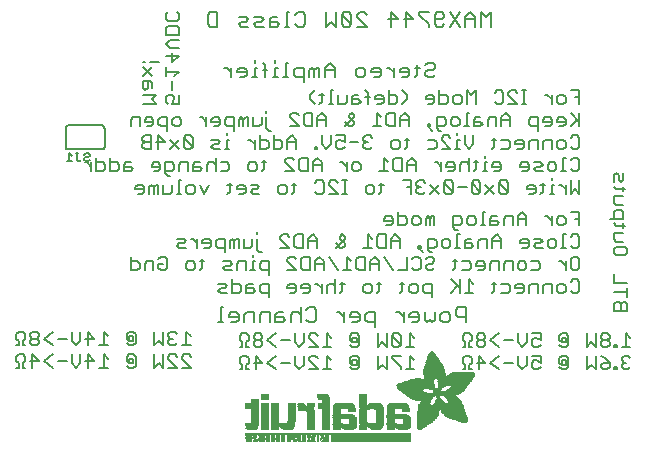
<source format=gbr>
G04 EAGLE Gerber RS-274X export*
G75*
%MOMM*%
%FSLAX34Y34*%
%LPD*%
%INSilkscreen Bottom*%
%IPPOS*%
%AMOC8*
5,1,8,0,0,1.08239X$1,22.5*%
G01*
%ADD10C,0.203200*%
%ADD11C,0.152400*%
%ADD12C,0.177800*%
%ADD13R,6.839700X0.016800*%
%ADD14R,0.268300X0.016800*%
%ADD15R,0.268200X0.016800*%
%ADD16R,0.251500X0.016800*%
%ADD17R,0.301800X0.016800*%
%ADD18R,0.251400X0.016800*%
%ADD19R,0.285000X0.016800*%
%ADD20R,0.301700X0.016800*%
%ADD21R,0.419100X0.016800*%
%ADD22R,0.318500X0.016800*%
%ADD23R,0.586700X0.016800*%
%ADD24R,0.586800X0.016800*%
%ADD25R,6.839700X0.016700*%
%ADD26R,0.268300X0.016700*%
%ADD27R,0.251400X0.016700*%
%ADD28R,0.251500X0.016700*%
%ADD29R,0.301800X0.016700*%
%ADD30R,0.285000X0.016700*%
%ADD31R,0.301700X0.016700*%
%ADD32R,0.419100X0.016700*%
%ADD33R,0.318500X0.016700*%
%ADD34R,0.586700X0.016700*%
%ADD35R,0.586800X0.016700*%
%ADD36R,0.318600X0.016800*%
%ADD37R,0.569900X0.016800*%
%ADD38R,0.335300X0.016800*%
%ADD39R,0.234700X0.016800*%
%ADD40R,0.234700X0.016700*%
%ADD41R,0.016700X0.016700*%
%ADD42R,0.318600X0.016700*%
%ADD43R,0.569900X0.016700*%
%ADD44R,0.335300X0.016700*%
%ADD45R,0.217900X0.016800*%
%ADD46R,0.033500X0.016800*%
%ADD47R,0.570000X0.016800*%
%ADD48R,0.201100X0.016700*%
%ADD49R,0.050300X0.016700*%
%ADD50R,0.670500X0.016700*%
%ADD51R,1.005800X0.016700*%
%ADD52R,0.570000X0.016700*%
%ADD53R,0.201100X0.016800*%
%ADD54R,0.067000X0.016800*%
%ADD55R,0.670500X0.016800*%
%ADD56R,1.005800X0.016800*%
%ADD57R,0.184400X0.016800*%
%ADD58R,0.989000X0.016800*%
%ADD59R,0.184400X0.016700*%
%ADD60R,0.067000X0.016700*%
%ADD61R,0.989000X0.016700*%
%ADD62R,0.167600X0.016800*%
%ADD63R,0.083800X0.016800*%
%ADD64R,0.637000X0.016800*%
%ADD65R,0.955500X0.016800*%
%ADD66R,0.150800X0.016800*%
%ADD67R,0.100600X0.016800*%
%ADD68R,0.536400X0.016800*%
%ADD69R,0.854900X0.016800*%
%ADD70R,0.150800X0.016700*%
%ADD71R,0.100600X0.016700*%
%ADD72R,0.352000X0.016700*%
%ADD73R,0.435900X0.016700*%
%ADD74R,0.402400X0.016700*%
%ADD75R,0.368800X0.016700*%
%ADD76R,0.134100X0.016800*%
%ADD77R,0.117300X0.016800*%
%ADD78R,0.435900X0.016800*%
%ADD79R,0.368900X0.016800*%
%ADD80R,0.603500X0.016800*%
%ADD81R,0.134100X0.016700*%
%ADD82R,0.117300X0.016700*%
%ADD83R,0.452600X0.016700*%
%ADD84R,0.620300X0.016700*%
%ADD85R,0.284900X0.016800*%
%ADD86R,0.486200X0.016800*%
%ADD87R,0.653800X0.016800*%
%ADD88R,0.804700X0.016800*%
%ADD89R,0.150900X0.016700*%
%ADD90R,0.268200X0.016700*%
%ADD91R,0.737600X0.016700*%
%ADD92R,0.603500X0.016700*%
%ADD93R,0.922000X0.016700*%
%ADD94R,0.150900X0.016800*%
%ADD95R,0.821400X0.016800*%
%ADD96R,0.972300X0.016800*%
%ADD97R,0.989100X0.016800*%
%ADD98R,0.083800X0.016700*%
%ADD99R,0.167600X0.016700*%
%ADD100R,0.821400X0.016700*%
%ADD101R,0.989100X0.016700*%
%ADD102R,0.201200X0.016700*%
%ADD103R,0.050300X0.016800*%
%ADD104R,0.201200X0.016800*%
%ADD105R,0.217900X0.016700*%
%ADD106R,0.284900X0.016700*%
%ADD107R,0.352100X0.016800*%
%ADD108R,0.620300X0.016800*%
%ADD109R,0.385600X0.016800*%
%ADD110R,0.335200X0.016800*%
%ADD111R,0.385600X0.016700*%
%ADD112R,0.687400X0.016700*%
%ADD113R,13.998000X0.016800*%
%ADD114R,13.998000X0.016700*%
%ADD115R,0.637000X0.016700*%
%ADD116R,0.486100X0.016700*%
%ADD117R,0.637100X0.016700*%
%ADD118R,0.519700X0.016700*%
%ADD119R,0.536500X0.016700*%
%ADD120R,0.787900X0.016800*%
%ADD121R,0.687400X0.016800*%
%ADD122R,0.771200X0.016800*%
%ADD123R,0.637100X0.016800*%
%ADD124R,0.720800X0.016800*%
%ADD125R,0.704100X0.016800*%
%ADD126R,0.754400X0.016800*%
%ADD127R,0.838200X0.016700*%
%ADD128R,0.871800X0.016700*%
%ADD129R,0.871700X0.016700*%
%ADD130R,0.402400X0.016800*%
%ADD131R,0.922100X0.016800*%
%ADD132R,0.938800X0.016800*%
%ADD133R,0.938800X0.016700*%
%ADD134R,1.022600X0.016700*%
%ADD135R,0.972400X0.016700*%
%ADD136R,0.972300X0.016700*%
%ADD137R,0.469400X0.016800*%
%ADD138R,1.072900X0.016800*%
%ADD139R,1.022600X0.016800*%
%ADD140R,1.005900X0.016800*%
%ADD141R,0.502900X0.016800*%
%ADD142R,1.123200X0.016800*%
%ADD143R,1.056200X0.016800*%
%ADD144R,1.123100X0.016800*%
%ADD145R,1.139900X0.016700*%
%ADD146R,1.089600X0.016700*%
%ADD147R,0.553200X0.016800*%
%ADD148R,1.190200X0.016800*%
%ADD149R,1.190300X0.016800*%
%ADD150R,1.039400X0.016800*%
%ADD151R,1.223700X0.016800*%
%ADD152R,1.173500X0.016800*%
%ADD153R,1.223800X0.016800*%
%ADD154R,1.240500X0.016700*%
%ADD155R,1.173500X0.016700*%
%ADD156R,1.240600X0.016700*%
%ADD157R,1.190300X0.016700*%
%ADD158R,1.056200X0.016700*%
%ADD159R,1.274100X0.016800*%
%ADD160R,1.274000X0.016800*%
%ADD161R,1.307600X0.016800*%
%ADD162R,1.257300X0.016800*%
%ADD163R,1.324400X0.016800*%
%ADD164R,0.687300X0.016700*%
%ADD165R,1.324400X0.016700*%
%ADD166R,1.307500X0.016700*%
%ADD167R,1.274100X0.016700*%
%ADD168R,1.072900X0.016700*%
%ADD169R,2.011600X0.016800*%
%ADD170R,1.324300X0.016800*%
%ADD171R,1.978100X0.016800*%
%ADD172R,2.011600X0.016700*%
%ADD173R,1.357900X0.016700*%
%ADD174R,1.994900X0.016700*%
%ADD175R,1.341200X0.016700*%
%ADD176R,1.089700X0.016700*%
%ADD177R,0.754300X0.016800*%
%ADD178R,1.994900X0.016800*%
%ADD179R,1.995000X0.016800*%
%ADD180R,1.089700X0.016800*%
%ADD181R,0.787900X0.016700*%
%ADD182R,1.995000X0.016700*%
%ADD183R,2.028400X0.016800*%
%ADD184R,2.011700X0.016800*%
%ADD185R,1.106500X0.016800*%
%ADD186R,2.028400X0.016700*%
%ADD187R,2.011700X0.016700*%
%ADD188R,1.106500X0.016700*%
%ADD189R,0.888400X0.016800*%
%ADD190R,0.922000X0.016800*%
%ADD191R,0.938700X0.016700*%
%ADD192R,2.045200X0.016800*%
%ADD193R,0.938700X0.016800*%
%ADD194R,0.670600X0.016700*%
%ADD195R,0.888500X0.016700*%
%ADD196R,2.045200X0.016700*%
%ADD197R,0.888400X0.016700*%
%ADD198R,0.804600X0.016800*%
%ADD199R,2.028500X0.016800*%
%ADD200R,1.056100X0.016700*%
%ADD201R,0.771100X0.016700*%
%ADD202R,0.754300X0.016700*%
%ADD203R,2.028500X0.016700*%
%ADD204R,0.737700X0.016700*%
%ADD205R,1.072800X0.016800*%
%ADD206R,0.871700X0.016800*%
%ADD207R,0.737600X0.016800*%
%ADD208R,0.871800X0.016800*%
%ADD209R,1.089600X0.016800*%
%ADD210R,0.704000X0.016800*%
%ADD211R,0.687300X0.016800*%
%ADD212R,0.670600X0.016800*%
%ADD213R,1.123100X0.016700*%
%ADD214R,0.720800X0.016700*%
%ADD215R,0.653700X0.016700*%
%ADD216R,0.653800X0.016700*%
%ADD217R,1.139900X0.016800*%
%ADD218R,1.173400X0.016800*%
%ADD219R,1.190200X0.016700*%
%ADD220R,1.207000X0.016800*%
%ADD221R,1.240500X0.016800*%
%ADD222R,0.469400X0.016700*%
%ADD223R,1.274000X0.016700*%
%ADD224R,0.519600X0.016800*%
%ADD225R,1.341100X0.016800*%
%ADD226R,0.771200X0.016700*%
%ADD227R,1.374600X0.016700*%
%ADD228R,0.838200X0.016800*%
%ADD229R,1.391400X0.016800*%
%ADD230R,1.424900X0.016800*%
%ADD231R,1.441700X0.016700*%
%ADD232R,1.475200X0.016800*%
%ADD233R,1.491900X0.016700*%
%ADD234R,1.525500X0.016800*%
%ADD235R,1.559000X0.016700*%
%ADD236R,1.575800X0.016800*%
%ADD237R,1.307600X0.016700*%
%ADD238R,1.592500X0.016700*%
%ADD239R,1.374700X0.016800*%
%ADD240R,1.609300X0.016800*%
%ADD241R,1.408200X0.016800*%
%ADD242R,1.626100X0.016800*%
%ADD243R,1.626100X0.016700*%
%ADD244R,1.508800X0.016800*%
%ADD245R,1.659600X0.016800*%
%ADD246R,1.559000X0.016800*%
%ADD247R,1.676400X0.016800*%
%ADD248R,1.575800X0.016700*%
%ADD249R,1.676400X0.016700*%
%ADD250R,1.978100X0.016700*%
%ADD251R,1.693100X0.016800*%
%ADD252R,1.642800X0.016800*%
%ADD253R,1.709900X0.016800*%
%ADD254R,1.961300X0.016800*%
%ADD255R,1.726600X0.016700*%
%ADD256R,1.961300X0.016700*%
%ADD257R,1.693200X0.016800*%
%ADD258R,1.726600X0.016800*%
%ADD259R,1.944600X0.016800*%
%ADD260R,1.726700X0.016700*%
%ADD261R,1.743400X0.016700*%
%ADD262R,1.944600X0.016700*%
%ADD263R,1.726700X0.016800*%
%ADD264R,1.760200X0.016800*%
%ADD265R,1.927800X0.016800*%
%ADD266R,1.911000X0.016800*%
%ADD267R,1.793700X0.016700*%
%ADD268R,1.776900X0.016700*%
%ADD269R,1.911100X0.016700*%
%ADD270R,1.894300X0.016700*%
%ADD271R,1.793800X0.016800*%
%ADD272R,1.776900X0.016800*%
%ADD273R,1.911100X0.016800*%
%ADD274R,1.894300X0.016800*%
%ADD275R,1.827300X0.016800*%
%ADD276R,1.810500X0.016800*%
%ADD277R,1.877500X0.016800*%
%ADD278R,1.844100X0.016700*%
%ADD279R,1.810500X0.016700*%
%ADD280R,1.860800X0.016700*%
%ADD281R,1.844000X0.016700*%
%ADD282R,1.860900X0.016800*%
%ADD283R,1.844000X0.016800*%
%ADD284R,1.827200X0.016800*%
%ADD285R,1.860800X0.016800*%
%ADD286R,1.793700X0.016800*%
%ADD287R,1.877600X0.016700*%
%ADD288R,1.827200X0.016700*%
%ADD289R,1.927800X0.016700*%
%ADD290R,1.927900X0.016800*%
%ADD291R,1.944700X0.016700*%
%ADD292R,1.877500X0.016700*%
%ADD293R,1.961400X0.016800*%
%ADD294R,1.961400X0.016700*%
%ADD295R,1.978200X0.016800*%
%ADD296R,1.911000X0.016700*%
%ADD297R,0.620200X0.016800*%
%ADD298R,1.425000X0.016800*%
%ADD299R,0.620200X0.016700*%
%ADD300R,1.425000X0.016700*%
%ADD301R,0.653700X0.016800*%
%ADD302R,0.704100X0.016700*%
%ADD303R,0.804700X0.016700*%
%ADD304R,0.905200X0.016800*%
%ADD305R,1.894400X0.016800*%
%ADD306R,1.927900X0.016700*%
%ADD307R,1.877600X0.016800*%
%ADD308R,3.889300X0.016800*%
%ADD309R,3.872500X0.016700*%
%ADD310R,3.872500X0.016800*%
%ADD311R,3.855700X0.016700*%
%ADD312R,0.754400X0.016700*%
%ADD313R,3.855700X0.016800*%
%ADD314R,3.839000X0.016800*%
%ADD315R,0.720900X0.016800*%
%ADD316R,3.822200X0.016700*%
%ADD317R,2.715700X0.016800*%
%ADD318R,2.632000X0.016800*%
%ADD319R,1.290800X0.016800*%
%ADD320R,2.615200X0.016700*%
%ADD321R,1.257300X0.016700*%
%ADD322R,2.581700X0.016800*%
%ADD323R,1.240600X0.016800*%
%ADD324R,2.564900X0.016800*%
%ADD325R,1.760300X0.016800*%
%ADD326R,2.531400X0.016700*%
%ADD327R,1.156700X0.016700*%
%ADD328R,2.514600X0.016800*%
%ADD329R,0.955600X0.016800*%
%ADD330R,2.497800X0.016800*%
%ADD331R,1.659700X0.016800*%
%ADD332R,2.464300X0.016700*%
%ADD333R,1.039300X0.016700*%
%ADD334R,2.447500X0.016800*%
%ADD335R,1.592500X0.016800*%
%ADD336R,0.536500X0.016800*%
%ADD337R,2.430800X0.016700*%
%ADD338R,1.559100X0.016700*%
%ADD339R,1.542300X0.016700*%
%ADD340R,0.502900X0.016700*%
%ADD341R,2.414000X0.016800*%
%ADD342R,0.905300X0.016800*%
%ADD343R,1.508700X0.016800*%
%ADD344R,0.888500X0.016800*%
%ADD345R,2.397300X0.016800*%
%ADD346R,1.441700X0.016800*%
%ADD347R,0.452700X0.016800*%
%ADD348R,1.290900X0.016700*%
%ADD349R,1.156700X0.016800*%
%ADD350R,0.855000X0.016800*%
%ADD351R,1.123200X0.016700*%
%ADD352R,0.720900X0.016700*%
%ADD353R,1.106400X0.016800*%
%ADD354R,1.106400X0.016700*%
%ADD355R,0.771100X0.016800*%
%ADD356R,0.435800X0.016700*%
%ADD357R,1.592600X0.016700*%
%ADD358R,0.435800X0.016800*%
%ADD359R,1.642900X0.016800*%
%ADD360R,0.402300X0.016800*%
%ADD361R,1.793800X0.016700*%
%ADD362R,0.368800X0.016800*%
%ADD363R,1.056100X0.016800*%
%ADD364R,1.039400X0.016700*%
%ADD365R,2.078800X0.016800*%
%ADD366R,0.335200X0.016700*%
%ADD367R,2.145800X0.016700*%
%ADD368R,2.162600X0.016800*%
%ADD369R,0.352000X0.016800*%
%ADD370R,2.212800X0.016800*%
%ADD371R,2.279900X0.016700*%
%ADD372R,2.330200X0.016800*%
%ADD373R,2.799500X0.016800*%
%ADD374R,2.816300X0.016700*%
%ADD375R,0.955500X0.016700*%
%ADD376R,2.849900X0.016800*%
%ADD377R,2.916900X0.016800*%
%ADD378R,4.224500X0.016700*%
%ADD379R,4.291600X0.016800*%
%ADD380R,4.409000X0.016800*%
%ADD381R,4.509500X0.016700*%
%ADD382R,4.526300X0.016800*%
%ADD383R,4.626800X0.016700*%
%ADD384R,4.693900X0.016800*%
%ADD385R,4.727400X0.016800*%
%ADD386R,2.548200X0.016700*%
%ADD387R,2.179300X0.016700*%
%ADD388R,2.430800X0.016800*%
%ADD389R,2.414000X0.016700*%
%ADD390R,2.414100X0.016800*%
%ADD391R,2.430700X0.016700*%
%ADD392R,2.447600X0.016700*%
%ADD393R,1.559100X0.016800*%
%ADD394R,1.525500X0.016700*%
%ADD395R,1.492000X0.016800*%
%ADD396R,1.491900X0.016800*%
%ADD397R,1.458500X0.016700*%
%ADD398R,2.061900X0.016800*%
%ADD399R,1.408100X0.016700*%
%ADD400R,0.905200X0.016700*%
%ADD401R,2.112300X0.016700*%
%ADD402R,2.179300X0.016800*%
%ADD403R,1.408200X0.016700*%
%ADD404R,2.212900X0.016700*%
%ADD405R,1.140000X0.016800*%
%ADD406R,3.319300X0.016800*%
%ADD407R,1.374700X0.016700*%
%ADD408R,0.402300X0.016700*%
%ADD409R,3.302500X0.016700*%
%ADD410R,3.285700X0.016800*%
%ADD411R,1.357900X0.016800*%
%ADD412R,3.269000X0.016800*%
%ADD413R,3.285800X0.016700*%
%ADD414R,3.268900X0.016800*%
%ADD415R,0.452700X0.016700*%
%ADD416R,3.268900X0.016700*%
%ADD417R,1.391400X0.016700*%
%ADD418R,3.269000X0.016700*%
%ADD419R,1.374600X0.016800*%
%ADD420R,0.519700X0.016800*%
%ADD421R,3.252200X0.016800*%
%ADD422R,3.235400X0.016800*%
%ADD423R,3.235400X0.016700*%
%ADD424R,3.218600X0.016800*%
%ADD425R,3.201900X0.016800*%
%ADD426R,3.201900X0.016700*%
%ADD427R,1.458500X0.016800*%
%ADD428R,1.525600X0.016800*%
%ADD429R,3.185100X0.016800*%
%ADD430R,2.531300X0.016700*%
%ADD431R,3.168400X0.016700*%
%ADD432R,2.531300X0.016800*%
%ADD433R,3.151600X0.016800*%
%ADD434R,2.548100X0.016800*%
%ADD435R,3.134900X0.016800*%
%ADD436R,2.564900X0.016700*%
%ADD437R,3.118100X0.016700*%
%ADD438R,2.581600X0.016800*%
%ADD439R,3.101400X0.016800*%
%ADD440R,2.598400X0.016700*%
%ADD441R,3.067900X0.016700*%
%ADD442R,2.598400X0.016800*%
%ADD443R,3.034300X0.016800*%
%ADD444R,2.615100X0.016800*%
%ADD445R,3.000800X0.016800*%
%ADD446R,2.631900X0.016700*%
%ADD447R,2.950500X0.016700*%
%ADD448R,2.648700X0.016800*%
%ADD449R,2.900200X0.016800*%
%ADD450R,2.665500X0.016800*%
%ADD451R,2.682200X0.016700*%
%ADD452R,2.799600X0.016700*%
%ADD453R,2.699000X0.016800*%
%ADD454R,2.732500X0.016800*%
%ADD455R,2.749300X0.016700*%
%ADD456R,2.632000X0.016700*%
%ADD457R,2.749300X0.016800*%
%ADD458R,2.766100X0.016700*%
%ADD459R,2.766100X0.016800*%
%ADD460R,2.481100X0.016800*%
%ADD461R,2.782900X0.016800*%
%ADD462R,2.380500X0.016700*%
%ADD463R,2.833100X0.016800*%
%ADD464R,1.592600X0.016800*%
%ADD465R,2.849900X0.016700*%
%ADD466R,2.883400X0.016800*%
%ADD467R,2.917000X0.016700*%
%ADD468R,2.933700X0.016800*%
%ADD469R,2.967200X0.016800*%
%ADD470R,2.967200X0.016700*%
%ADD471R,3.017500X0.016700*%
%ADD472R,3.051000X0.016800*%
%ADD473R,0.788000X0.016800*%
%ADD474R,3.084600X0.016800*%
%ADD475R,2.397300X0.016700*%
%ADD476R,2.397200X0.016800*%
%ADD477R,1.760200X0.016700*%
%ADD478R,2.397200X0.016700*%
%ADD479R,1.827300X0.016700*%
%ADD480R,2.380500X0.016800*%
%ADD481R,2.363700X0.016800*%
%ADD482R,2.363700X0.016700*%
%ADD483R,2.346900X0.016800*%
%ADD484R,2.296600X0.016700*%
%ADD485R,2.279900X0.016800*%
%ADD486R,2.246300X0.016800*%
%ADD487R,2.229600X0.016700*%
%ADD488R,2.129100X0.016800*%
%ADD489R,2.112300X0.016800*%
%ADD490R,1.609300X0.016700*%
%ADD491R,1.743400X0.016800*%
%ADD492R,1.693100X0.016700*%
%ADD493R,1.659700X0.016700*%
%ADD494R,1.575900X0.016800*%
%ADD495R,1.575900X0.016700*%
%ADD496R,1.475200X0.016700*%
%ADD497R,1.324300X0.016700*%
%ADD498R,1.290800X0.016700*%
%ADD499R,1.207000X0.016700*%
%ADD500R,0.854900X0.016700*%
%ADD501R,0.821500X0.016700*%
%ADD502R,0.821500X0.016800*%
%ADD503R,0.218000X0.016800*%


D10*
X406654Y387416D02*
X406654Y399618D01*
X402587Y395551D01*
X398519Y399618D01*
X398519Y387416D01*
X393557Y387416D02*
X393557Y395551D01*
X389489Y399618D01*
X385422Y395551D01*
X385422Y387416D01*
X385422Y393517D02*
X393557Y393517D01*
X380460Y399618D02*
X372325Y387416D01*
X380460Y387416D02*
X372325Y399618D01*
X367362Y389450D02*
X365329Y387416D01*
X361261Y387416D01*
X359227Y389450D01*
X359227Y397585D01*
X361261Y399618D01*
X365329Y399618D01*
X367362Y397585D01*
X367362Y395551D01*
X365329Y393517D01*
X359227Y393517D01*
X354265Y399618D02*
X346130Y399618D01*
X346130Y397585D01*
X354265Y389450D01*
X354265Y387416D01*
X335067Y387416D02*
X335067Y399618D01*
X341168Y393517D01*
X333033Y393517D01*
X321969Y387416D02*
X321969Y399618D01*
X328071Y393517D01*
X319936Y393517D01*
X301876Y387416D02*
X293741Y387416D01*
X301876Y387416D02*
X293741Y395551D01*
X293741Y397585D01*
X295775Y399618D01*
X299842Y399618D01*
X301876Y397585D01*
X288779Y397585D02*
X288779Y389450D01*
X288779Y397585D02*
X286745Y399618D01*
X282678Y399618D01*
X280644Y397585D01*
X280644Y389450D01*
X282678Y387416D01*
X286745Y387416D01*
X288779Y389450D01*
X280644Y397585D01*
X275682Y399618D02*
X275682Y387416D01*
X271614Y391483D01*
X267547Y387416D01*
X267547Y399618D01*
X243386Y399618D02*
X241352Y397585D01*
X243386Y399618D02*
X247453Y399618D01*
X249487Y397585D01*
X249487Y389450D01*
X247453Y387416D01*
X243386Y387416D01*
X241352Y389450D01*
X236390Y399618D02*
X234356Y399618D01*
X234356Y387416D01*
X236390Y387416D02*
X232322Y387416D01*
X225625Y395551D02*
X221557Y395551D01*
X219523Y393517D01*
X219523Y387416D01*
X225625Y387416D01*
X227658Y389450D01*
X225625Y391483D01*
X219523Y391483D01*
X214561Y387416D02*
X208460Y387416D01*
X206426Y389450D01*
X208460Y391483D01*
X212527Y391483D01*
X214561Y393517D01*
X212527Y395551D01*
X206426Y395551D01*
X201464Y387416D02*
X195363Y387416D01*
X193329Y389450D01*
X195363Y391483D01*
X199430Y391483D01*
X201464Y393517D01*
X199430Y395551D01*
X193329Y395551D01*
X175269Y399618D02*
X175269Y387416D01*
X169168Y387416D01*
X167134Y389450D01*
X167134Y397585D01*
X169168Y399618D01*
X175269Y399618D01*
X351529Y354725D02*
X353563Y356758D01*
X357630Y356758D01*
X359664Y354725D01*
X359664Y352691D01*
X357630Y350657D01*
X353563Y350657D01*
X351529Y348623D01*
X351529Y346590D01*
X353563Y344556D01*
X357630Y344556D01*
X359664Y346590D01*
X344533Y346590D02*
X344533Y354725D01*
X344533Y346590D02*
X342499Y344556D01*
X342499Y352691D02*
X346567Y352691D01*
X335802Y344556D02*
X331734Y344556D01*
X335802Y344556D02*
X337835Y346590D01*
X337835Y350657D01*
X335802Y352691D01*
X331734Y352691D01*
X329700Y350657D01*
X329700Y348623D01*
X337835Y348623D01*
X324738Y344556D02*
X324738Y352691D01*
X320671Y352691D02*
X324738Y348623D01*
X320671Y352691D02*
X318637Y352691D01*
X311790Y344556D02*
X307722Y344556D01*
X311790Y344556D02*
X313824Y346590D01*
X313824Y350657D01*
X311790Y352691D01*
X307722Y352691D01*
X305689Y350657D01*
X305689Y348623D01*
X313824Y348623D01*
X298693Y344556D02*
X294625Y344556D01*
X292591Y346590D01*
X292591Y350657D01*
X294625Y352691D01*
X298693Y352691D01*
X300726Y350657D01*
X300726Y346590D01*
X298693Y344556D01*
X274532Y344556D02*
X274532Y352691D01*
X270464Y356758D01*
X266397Y352691D01*
X266397Y344556D01*
X266397Y350657D02*
X274532Y350657D01*
X261435Y352691D02*
X261435Y344556D01*
X261435Y352691D02*
X259401Y352691D01*
X257367Y350657D01*
X257367Y344556D01*
X257367Y350657D02*
X255333Y352691D01*
X253300Y350657D01*
X253300Y344556D01*
X248337Y340489D02*
X248337Y352691D01*
X242236Y352691D01*
X240202Y350657D01*
X240202Y346590D01*
X242236Y344556D01*
X248337Y344556D01*
X235240Y356758D02*
X233206Y356758D01*
X233206Y344556D01*
X231173Y344556D02*
X235240Y344556D01*
X226509Y352691D02*
X224475Y352691D01*
X224475Y344556D01*
X226509Y344556D02*
X222441Y344556D01*
X224475Y356758D02*
X224475Y358792D01*
X215743Y354725D02*
X215743Y344556D01*
X215743Y354725D02*
X213710Y356758D01*
X213710Y350657D02*
X217777Y350657D01*
X209046Y352691D02*
X207012Y352691D01*
X207012Y344556D01*
X209046Y344556D02*
X204978Y344556D01*
X207012Y356758D02*
X207012Y358792D01*
X198280Y344556D02*
X194213Y344556D01*
X198280Y344556D02*
X200314Y346590D01*
X200314Y350657D01*
X198280Y352691D01*
X194213Y352691D01*
X192179Y350657D01*
X192179Y348623D01*
X200314Y348623D01*
X187217Y344556D02*
X187217Y352691D01*
X187217Y348623D02*
X183149Y352691D01*
X181116Y352691D01*
D11*
X481838Y333258D02*
X481838Y322072D01*
X481838Y333258D02*
X474381Y333258D01*
X478110Y327665D02*
X481838Y327665D01*
X468280Y322072D02*
X464551Y322072D01*
X462687Y323936D01*
X462687Y327665D01*
X464551Y329529D01*
X468280Y329529D01*
X470144Y327665D01*
X470144Y323936D01*
X468280Y322072D01*
X458450Y322072D02*
X458450Y329529D01*
X458450Y325801D02*
X454722Y329529D01*
X452857Y329529D01*
X437011Y322072D02*
X433283Y322072D01*
X435147Y322072D02*
X435147Y333258D01*
X437011Y333258D02*
X433283Y333258D01*
X429215Y322072D02*
X421758Y322072D01*
X429215Y322072D02*
X421758Y329529D01*
X421758Y331393D01*
X423622Y333258D01*
X427351Y333258D01*
X429215Y331393D01*
X411928Y333258D02*
X410064Y331393D01*
X411928Y333258D02*
X415657Y333258D01*
X417521Y331393D01*
X417521Y323936D01*
X415657Y322072D01*
X411928Y322072D01*
X410064Y323936D01*
X394133Y322072D02*
X394133Y333258D01*
X390405Y329529D01*
X386676Y333258D01*
X386676Y322072D01*
X380575Y322072D02*
X376847Y322072D01*
X374982Y323936D01*
X374982Y327665D01*
X376847Y329529D01*
X380575Y329529D01*
X382439Y327665D01*
X382439Y323936D01*
X380575Y322072D01*
X363288Y322072D02*
X363288Y333258D01*
X363288Y322072D02*
X368881Y322072D01*
X370745Y323936D01*
X370745Y327665D01*
X368881Y329529D01*
X363288Y329529D01*
X357187Y322072D02*
X353459Y322072D01*
X357187Y322072D02*
X359051Y323936D01*
X359051Y327665D01*
X357187Y329529D01*
X353459Y329529D01*
X351594Y327665D01*
X351594Y325801D01*
X359051Y325801D01*
X335663Y325801D02*
X331935Y322072D01*
X335663Y325801D02*
X335663Y329529D01*
X331935Y333258D01*
X320410Y333258D02*
X320410Y322072D01*
X326003Y322072D01*
X327867Y323936D01*
X327867Y327665D01*
X326003Y329529D01*
X320410Y329529D01*
X314309Y322072D02*
X310581Y322072D01*
X314309Y322072D02*
X316173Y323936D01*
X316173Y327665D01*
X314309Y329529D01*
X310581Y329529D01*
X308716Y327665D01*
X308716Y325801D01*
X316173Y325801D01*
X302615Y322072D02*
X302615Y331393D01*
X300751Y333258D01*
X300751Y327665D02*
X304480Y327665D01*
X294819Y329529D02*
X291091Y329529D01*
X289227Y327665D01*
X289227Y322072D01*
X294819Y322072D01*
X296684Y323936D01*
X294819Y325801D01*
X289227Y325801D01*
X284990Y323936D02*
X284990Y329529D01*
X284990Y323936D02*
X283125Y322072D01*
X277533Y322072D01*
X277533Y329529D01*
X273296Y333258D02*
X271431Y333258D01*
X271431Y322072D01*
X269567Y322072D02*
X273296Y322072D01*
X263635Y323936D02*
X263635Y331393D01*
X263635Y323936D02*
X261771Y322072D01*
X261771Y329529D02*
X265500Y329529D01*
X257704Y322072D02*
X253975Y325801D01*
X253975Y329529D01*
X257704Y333258D01*
X481838Y314208D02*
X481838Y303022D01*
X481838Y306751D02*
X474381Y314208D01*
X479974Y308615D02*
X474381Y303022D01*
X468280Y303022D02*
X464551Y303022D01*
X468280Y303022D02*
X470144Y304886D01*
X470144Y308615D01*
X468280Y310479D01*
X464551Y310479D01*
X462687Y308615D01*
X462687Y306751D01*
X470144Y306751D01*
X456586Y303022D02*
X452857Y303022D01*
X456586Y303022D02*
X458450Y304886D01*
X458450Y308615D01*
X456586Y310479D01*
X452857Y310479D01*
X450993Y308615D01*
X450993Y306751D01*
X458450Y306751D01*
X446756Y310479D02*
X446756Y299294D01*
X446756Y310479D02*
X441163Y310479D01*
X439299Y308615D01*
X439299Y304886D01*
X441163Y303022D01*
X446756Y303022D01*
X423368Y303022D02*
X423368Y310479D01*
X419640Y314208D01*
X415911Y310479D01*
X415911Y303022D01*
X415911Y308615D02*
X423368Y308615D01*
X411674Y310479D02*
X411674Y303022D01*
X411674Y310479D02*
X406081Y310479D01*
X404217Y308615D01*
X404217Y303022D01*
X398116Y310479D02*
X394387Y310479D01*
X392523Y308615D01*
X392523Y303022D01*
X398116Y303022D01*
X399980Y304886D01*
X398116Y306751D01*
X392523Y306751D01*
X388286Y314208D02*
X386422Y314208D01*
X386422Y303022D01*
X388286Y303022D02*
X384558Y303022D01*
X378626Y303022D02*
X374898Y303022D01*
X373033Y304886D01*
X373033Y308615D01*
X374898Y310479D01*
X378626Y310479D01*
X380490Y308615D01*
X380490Y304886D01*
X378626Y303022D01*
X365068Y299294D02*
X363204Y299294D01*
X361339Y301158D01*
X361339Y310479D01*
X366932Y310479D01*
X368796Y308615D01*
X368796Y304886D01*
X366932Y303022D01*
X361339Y303022D01*
X357102Y299294D02*
X353374Y303022D01*
X353374Y304886D01*
X355238Y304886D01*
X355238Y303022D01*
X353374Y303022D01*
X337612Y303022D02*
X337612Y310479D01*
X333884Y314208D01*
X330155Y310479D01*
X330155Y303022D01*
X330155Y308615D02*
X337612Y308615D01*
X325918Y314208D02*
X325918Y303022D01*
X320326Y303022D01*
X318461Y304886D01*
X318461Y312343D01*
X320326Y314208D01*
X325918Y314208D01*
X314224Y310479D02*
X310496Y314208D01*
X310496Y303022D01*
X314224Y303022D02*
X306767Y303022D01*
X287108Y303022D02*
X283380Y306751D01*
X287108Y303022D02*
X288972Y303022D01*
X290837Y304886D01*
X290837Y306751D01*
X287108Y310479D01*
X287108Y312343D01*
X288972Y314208D01*
X290837Y312343D01*
X290837Y310479D01*
X283380Y303022D01*
X267449Y303022D02*
X267449Y310479D01*
X263720Y314208D01*
X259992Y310479D01*
X259992Y303022D01*
X259992Y308615D02*
X267449Y308615D01*
X255755Y314208D02*
X255755Y303022D01*
X250162Y303022D01*
X248298Y304886D01*
X248298Y312343D01*
X250162Y314208D01*
X255755Y314208D01*
X244061Y303022D02*
X236604Y303022D01*
X244061Y303022D02*
X236604Y310479D01*
X236604Y312343D01*
X238468Y314208D01*
X242196Y314208D01*
X244061Y312343D01*
X220673Y299294D02*
X218808Y299294D01*
X216944Y301158D01*
X216944Y310479D01*
X216944Y314208D02*
X216944Y316072D01*
X212877Y310479D02*
X212877Y304886D01*
X211013Y303022D01*
X205420Y303022D01*
X205420Y310479D01*
X201183Y310479D02*
X201183Y303022D01*
X201183Y310479D02*
X199319Y310479D01*
X197454Y308615D01*
X197454Y303022D01*
X197454Y308615D02*
X195590Y310479D01*
X193726Y308615D01*
X193726Y303022D01*
X189489Y299294D02*
X189489Y310479D01*
X183896Y310479D01*
X182032Y308615D01*
X182032Y304886D01*
X183896Y303022D01*
X189489Y303022D01*
X175931Y303022D02*
X172202Y303022D01*
X175931Y303022D02*
X177795Y304886D01*
X177795Y308615D01*
X175931Y310479D01*
X172202Y310479D01*
X170338Y308615D01*
X170338Y306751D01*
X177795Y306751D01*
X166101Y310479D02*
X166101Y303022D01*
X166101Y306751D02*
X162372Y310479D01*
X160508Y310479D01*
X142798Y303022D02*
X139069Y303022D01*
X137205Y304886D01*
X137205Y308615D01*
X139069Y310479D01*
X142798Y310479D01*
X144662Y308615D01*
X144662Y304886D01*
X142798Y303022D01*
X132968Y299294D02*
X132968Y310479D01*
X127375Y310479D01*
X125511Y308615D01*
X125511Y304886D01*
X127375Y303022D01*
X132968Y303022D01*
X119410Y303022D02*
X115681Y303022D01*
X119410Y303022D02*
X121274Y304886D01*
X121274Y308615D01*
X119410Y310479D01*
X115681Y310479D01*
X113817Y308615D01*
X113817Y306751D01*
X121274Y306751D01*
X109580Y310479D02*
X109580Y303022D01*
X109580Y310479D02*
X103987Y310479D01*
X102123Y308615D01*
X102123Y303022D01*
X474381Y293293D02*
X476245Y295158D01*
X479974Y295158D01*
X481838Y293293D01*
X481838Y285836D01*
X479974Y283972D01*
X476245Y283972D01*
X474381Y285836D01*
X468280Y283972D02*
X464551Y283972D01*
X462687Y285836D01*
X462687Y289565D01*
X464551Y291429D01*
X468280Y291429D01*
X470144Y289565D01*
X470144Y285836D01*
X468280Y283972D01*
X458450Y283972D02*
X458450Y291429D01*
X452857Y291429D01*
X450993Y289565D01*
X450993Y283972D01*
X446756Y283972D02*
X446756Y291429D01*
X441163Y291429D01*
X439299Y289565D01*
X439299Y283972D01*
X433198Y283972D02*
X429469Y283972D01*
X433198Y283972D02*
X435062Y285836D01*
X435062Y289565D01*
X433198Y291429D01*
X429469Y291429D01*
X427605Y289565D01*
X427605Y287701D01*
X435062Y287701D01*
X421504Y291429D02*
X415911Y291429D01*
X421504Y291429D02*
X423368Y289565D01*
X423368Y285836D01*
X421504Y283972D01*
X415911Y283972D01*
X409810Y285836D02*
X409810Y293293D01*
X409810Y285836D02*
X407946Y283972D01*
X407946Y291429D02*
X411674Y291429D01*
X392184Y295158D02*
X392184Y287701D01*
X388456Y283972D01*
X384727Y287701D01*
X384727Y295158D01*
X380490Y291429D02*
X378626Y291429D01*
X378626Y283972D01*
X380490Y283972D02*
X376762Y283972D01*
X378626Y295158D02*
X378626Y297022D01*
X372694Y283972D02*
X365237Y283972D01*
X372694Y283972D02*
X365237Y291429D01*
X365237Y293293D01*
X367102Y295158D01*
X370830Y295158D01*
X372694Y293293D01*
X359136Y291429D02*
X353543Y291429D01*
X359136Y291429D02*
X361000Y289565D01*
X361000Y285836D01*
X359136Y283972D01*
X353543Y283972D01*
X335748Y285836D02*
X335748Y293293D01*
X335748Y285836D02*
X333884Y283972D01*
X333884Y291429D02*
X337612Y291429D01*
X327952Y283972D02*
X324224Y283972D01*
X322359Y285836D01*
X322359Y289565D01*
X324224Y291429D01*
X327952Y291429D01*
X329816Y289565D01*
X329816Y285836D01*
X327952Y283972D01*
X306429Y293293D02*
X304564Y295158D01*
X300836Y295158D01*
X298971Y293293D01*
X298971Y291429D01*
X300836Y289565D01*
X302700Y289565D01*
X300836Y289565D02*
X298971Y287701D01*
X298971Y285836D01*
X300836Y283972D01*
X304564Y283972D01*
X306429Y285836D01*
X294735Y289565D02*
X287278Y289565D01*
X283041Y295158D02*
X275584Y295158D01*
X283041Y295158D02*
X283041Y289565D01*
X279312Y291429D01*
X277448Y291429D01*
X275584Y289565D01*
X275584Y285836D01*
X277448Y283972D01*
X281176Y283972D01*
X283041Y285836D01*
X271347Y287701D02*
X271347Y295158D01*
X271347Y287701D02*
X267618Y283972D01*
X263890Y287701D01*
X263890Y295158D01*
X259653Y285836D02*
X259653Y283972D01*
X259653Y285836D02*
X257788Y285836D01*
X257788Y283972D01*
X259653Y283972D01*
X242112Y283972D02*
X242112Y291429D01*
X238383Y295158D01*
X234655Y291429D01*
X234655Y283972D01*
X234655Y289565D02*
X242112Y289565D01*
X222961Y295158D02*
X222961Y283972D01*
X228553Y283972D01*
X230418Y285836D01*
X230418Y289565D01*
X228553Y291429D01*
X222961Y291429D01*
X211267Y295158D02*
X211267Y283972D01*
X216860Y283972D01*
X218724Y285836D01*
X218724Y289565D01*
X216860Y291429D01*
X211267Y291429D01*
X207030Y291429D02*
X207030Y283972D01*
X207030Y287701D02*
X203301Y291429D01*
X201437Y291429D01*
X185591Y291429D02*
X183727Y291429D01*
X183727Y283972D01*
X185591Y283972D02*
X181862Y283972D01*
X183727Y295158D02*
X183727Y297022D01*
X177795Y283972D02*
X172202Y283972D01*
X170338Y285836D01*
X172202Y287701D01*
X175931Y287701D01*
X177795Y289565D01*
X175931Y291429D01*
X170338Y291429D01*
X154407Y293293D02*
X154407Y285836D01*
X154407Y293293D02*
X152543Y295158D01*
X148814Y295158D01*
X146950Y293293D01*
X146950Y285836D01*
X148814Y283972D01*
X152543Y283972D01*
X154407Y285836D01*
X146950Y293293D01*
X142713Y291429D02*
X135256Y283972D01*
X142713Y283972D02*
X135256Y291429D01*
X125426Y295158D02*
X125426Y283972D01*
X131019Y289565D02*
X125426Y295158D01*
X123562Y289565D02*
X131019Y289565D01*
X119325Y283972D02*
X119325Y295158D01*
X113732Y295158D01*
X111868Y293293D01*
X111868Y291429D01*
X113732Y289565D01*
X111868Y287701D01*
X111868Y285836D01*
X113732Y283972D01*
X119325Y283972D01*
X119325Y289565D02*
X113732Y289565D01*
X474381Y274243D02*
X476245Y276108D01*
X479974Y276108D01*
X481838Y274243D01*
X481838Y266786D01*
X479974Y264922D01*
X476245Y264922D01*
X474381Y266786D01*
X470144Y276108D02*
X468280Y276108D01*
X468280Y264922D01*
X470144Y264922D02*
X466416Y264922D01*
X460484Y264922D02*
X456755Y264922D01*
X454891Y266786D01*
X454891Y270515D01*
X456755Y272379D01*
X460484Y272379D01*
X462348Y270515D01*
X462348Y266786D01*
X460484Y264922D01*
X450654Y264922D02*
X445061Y264922D01*
X443197Y266786D01*
X445061Y268651D01*
X448790Y268651D01*
X450654Y270515D01*
X448790Y272379D01*
X443197Y272379D01*
X437096Y264922D02*
X433367Y264922D01*
X437096Y264922D02*
X438960Y266786D01*
X438960Y270515D01*
X437096Y272379D01*
X433367Y272379D01*
X431503Y270515D01*
X431503Y268651D01*
X438960Y268651D01*
X413708Y264922D02*
X409979Y264922D01*
X413708Y264922D02*
X415572Y266786D01*
X415572Y270515D01*
X413708Y272379D01*
X409979Y272379D01*
X408115Y270515D01*
X408115Y268651D01*
X415572Y268651D01*
X403878Y272379D02*
X402014Y272379D01*
X402014Y264922D01*
X403878Y264922D02*
X400150Y264922D01*
X402014Y276108D02*
X402014Y277972D01*
X394218Y274243D02*
X394218Y266786D01*
X392354Y264922D01*
X392354Y272379D02*
X396082Y272379D01*
X388286Y276108D02*
X388286Y264922D01*
X388286Y270515D02*
X386422Y272379D01*
X382694Y272379D01*
X380829Y270515D01*
X380829Y264922D01*
X374728Y264922D02*
X371000Y264922D01*
X374728Y264922D02*
X376592Y266786D01*
X376592Y270515D01*
X374728Y272379D01*
X371000Y272379D01*
X369135Y270515D01*
X369135Y268651D01*
X376592Y268651D01*
X364898Y272379D02*
X364898Y264922D01*
X364898Y268651D02*
X361170Y272379D01*
X359306Y272379D01*
X343459Y272379D02*
X343459Y264922D01*
X343459Y272379D02*
X339731Y276108D01*
X336002Y272379D01*
X336002Y264922D01*
X336002Y270515D02*
X343459Y270515D01*
X331765Y276108D02*
X331765Y264922D01*
X326173Y264922D01*
X324308Y266786D01*
X324308Y274243D01*
X326173Y276108D01*
X331765Y276108D01*
X320071Y272379D02*
X316343Y276108D01*
X316343Y264922D01*
X320071Y264922D02*
X312614Y264922D01*
X294819Y264922D02*
X291091Y264922D01*
X289227Y266786D01*
X289227Y270515D01*
X291091Y272379D01*
X294819Y272379D01*
X296684Y270515D01*
X296684Y266786D01*
X294819Y264922D01*
X284990Y264922D02*
X284990Y272379D01*
X284990Y268651D02*
X281261Y272379D01*
X279397Y272379D01*
X263551Y272379D02*
X263551Y264922D01*
X263551Y272379D02*
X259822Y276108D01*
X256094Y272379D01*
X256094Y264922D01*
X256094Y270515D02*
X263551Y270515D01*
X251857Y276108D02*
X251857Y264922D01*
X246264Y264922D01*
X244400Y266786D01*
X244400Y274243D01*
X246264Y276108D01*
X251857Y276108D01*
X240163Y264922D02*
X232706Y264922D01*
X240163Y264922D02*
X232706Y272379D01*
X232706Y274243D01*
X234570Y276108D01*
X238298Y276108D01*
X240163Y274243D01*
X214911Y274243D02*
X214911Y266786D01*
X213046Y264922D01*
X213046Y272379D02*
X216775Y272379D01*
X207115Y264922D02*
X203386Y264922D01*
X201522Y266786D01*
X201522Y270515D01*
X203386Y272379D01*
X207115Y272379D01*
X208979Y270515D01*
X208979Y266786D01*
X207115Y264922D01*
X183727Y272379D02*
X178134Y272379D01*
X183727Y272379D02*
X185591Y270515D01*
X185591Y266786D01*
X183727Y264922D01*
X178134Y264922D01*
X173897Y264922D02*
X173897Y276108D01*
X172033Y272379D02*
X173897Y270515D01*
X172033Y272379D02*
X168304Y272379D01*
X166440Y270515D01*
X166440Y264922D01*
X160339Y272379D02*
X156610Y272379D01*
X154746Y270515D01*
X154746Y264922D01*
X160339Y264922D01*
X162203Y266786D01*
X160339Y268651D01*
X154746Y268651D01*
X150509Y272379D02*
X150509Y264922D01*
X150509Y272379D02*
X144916Y272379D01*
X143052Y270515D01*
X143052Y264922D01*
X135086Y261194D02*
X133222Y261194D01*
X131358Y263058D01*
X131358Y272379D01*
X136951Y272379D01*
X138815Y270515D01*
X138815Y266786D01*
X136951Y264922D01*
X131358Y264922D01*
X125257Y264922D02*
X121528Y264922D01*
X125257Y264922D02*
X127121Y266786D01*
X127121Y270515D01*
X125257Y272379D01*
X121528Y272379D01*
X119664Y270515D01*
X119664Y268651D01*
X127121Y268651D01*
X101869Y272379D02*
X98140Y272379D01*
X96276Y270515D01*
X96276Y264922D01*
X101869Y264922D01*
X103733Y266786D01*
X101869Y268651D01*
X96276Y268651D01*
X84582Y264922D02*
X84582Y276108D01*
X84582Y264922D02*
X90175Y264922D01*
X92039Y266786D01*
X92039Y270515D01*
X90175Y272379D01*
X84582Y272379D01*
X72888Y276108D02*
X72888Y264922D01*
X78481Y264922D01*
X80345Y266786D01*
X80345Y270515D01*
X78481Y272379D01*
X72888Y272379D01*
X68651Y272379D02*
X68651Y264922D01*
X68651Y268651D02*
X64923Y272379D01*
X63058Y272379D01*
X481838Y257058D02*
X481838Y245872D01*
X478110Y249601D01*
X474381Y245872D01*
X474381Y257058D01*
X470144Y253329D02*
X470144Y245872D01*
X470144Y249601D02*
X466416Y253329D01*
X464551Y253329D01*
X460399Y253329D02*
X458535Y253329D01*
X458535Y245872D01*
X460399Y245872D02*
X456671Y245872D01*
X458535Y257058D02*
X458535Y258922D01*
X450739Y255193D02*
X450739Y247736D01*
X448875Y245872D01*
X448875Y253329D02*
X452603Y253329D01*
X442943Y245872D02*
X439214Y245872D01*
X442943Y245872D02*
X444807Y247736D01*
X444807Y251465D01*
X442943Y253329D01*
X439214Y253329D01*
X437350Y251465D01*
X437350Y249601D01*
X444807Y249601D01*
X421419Y247736D02*
X421419Y255193D01*
X419555Y257058D01*
X415826Y257058D01*
X413962Y255193D01*
X413962Y247736D01*
X415826Y245872D01*
X419555Y245872D01*
X421419Y247736D01*
X413962Y255193D01*
X409725Y253329D02*
X402268Y245872D01*
X409725Y245872D02*
X402268Y253329D01*
X398031Y255193D02*
X398031Y247736D01*
X398031Y255193D02*
X396167Y257058D01*
X392439Y257058D01*
X390574Y255193D01*
X390574Y247736D01*
X392439Y245872D01*
X396167Y245872D01*
X398031Y247736D01*
X390574Y255193D01*
X386337Y251465D02*
X378880Y251465D01*
X374643Y255193D02*
X374643Y247736D01*
X374643Y255193D02*
X372779Y257058D01*
X369051Y257058D01*
X367186Y255193D01*
X367186Y247736D01*
X369051Y245872D01*
X372779Y245872D01*
X374643Y247736D01*
X367186Y255193D01*
X362949Y253329D02*
X355492Y245872D01*
X362949Y245872D02*
X355492Y253329D01*
X351255Y255193D02*
X349391Y257058D01*
X345663Y257058D01*
X343798Y255193D01*
X343798Y253329D01*
X345663Y251465D01*
X347527Y251465D01*
X345663Y251465D02*
X343798Y249601D01*
X343798Y247736D01*
X345663Y245872D01*
X349391Y245872D01*
X351255Y247736D01*
X339561Y245872D02*
X339561Y257058D01*
X332104Y257058D01*
X335833Y251465D02*
X339561Y251465D01*
X314309Y255193D02*
X314309Y247736D01*
X312445Y245872D01*
X312445Y253329D02*
X316173Y253329D01*
X306513Y245872D02*
X302785Y245872D01*
X300920Y247736D01*
X300920Y251465D01*
X302785Y253329D01*
X306513Y253329D01*
X308378Y251465D01*
X308378Y247736D01*
X306513Y245872D01*
X284990Y245872D02*
X281261Y245872D01*
X283125Y245872D02*
X283125Y257058D01*
X281261Y257058D02*
X284990Y257058D01*
X277194Y245872D02*
X269737Y245872D01*
X277194Y245872D02*
X269737Y253329D01*
X269737Y255193D01*
X271601Y257058D01*
X275329Y257058D01*
X277194Y255193D01*
X259907Y257058D02*
X258043Y255193D01*
X259907Y257058D02*
X263635Y257058D01*
X265500Y255193D01*
X265500Y247736D01*
X263635Y245872D01*
X259907Y245872D01*
X258043Y247736D01*
X240247Y247736D02*
X240247Y255193D01*
X240247Y247736D02*
X238383Y245872D01*
X238383Y253329D02*
X242112Y253329D01*
X232451Y245872D02*
X228723Y245872D01*
X226859Y247736D01*
X226859Y251465D01*
X228723Y253329D01*
X232451Y253329D01*
X234316Y251465D01*
X234316Y247736D01*
X232451Y245872D01*
X210928Y245872D02*
X205335Y245872D01*
X203471Y247736D01*
X205335Y249601D01*
X209064Y249601D01*
X210928Y251465D01*
X209064Y253329D01*
X203471Y253329D01*
X197370Y245872D02*
X193641Y245872D01*
X197370Y245872D02*
X199234Y247736D01*
X199234Y251465D01*
X197370Y253329D01*
X193641Y253329D01*
X191777Y251465D01*
X191777Y249601D01*
X199234Y249601D01*
X185676Y247736D02*
X185676Y255193D01*
X185676Y247736D02*
X183811Y245872D01*
X183811Y253329D02*
X187540Y253329D01*
X168050Y253329D02*
X164321Y245872D01*
X160593Y253329D01*
X154492Y245872D02*
X150763Y245872D01*
X148899Y247736D01*
X148899Y251465D01*
X150763Y253329D01*
X154492Y253329D01*
X156356Y251465D01*
X156356Y247736D01*
X154492Y245872D01*
X144662Y257058D02*
X142798Y257058D01*
X142798Y245872D01*
X144662Y245872D02*
X140933Y245872D01*
X136866Y247736D02*
X136866Y253329D01*
X136866Y247736D02*
X135002Y245872D01*
X129409Y245872D01*
X129409Y253329D01*
X125172Y253329D02*
X125172Y245872D01*
X125172Y253329D02*
X123308Y253329D01*
X121444Y251465D01*
X121444Y245872D01*
X121444Y251465D02*
X119579Y253329D01*
X117715Y251465D01*
X117715Y245872D01*
X111614Y245872D02*
X107885Y245872D01*
X111614Y245872D02*
X113478Y247736D01*
X113478Y251465D01*
X111614Y253329D01*
X107885Y253329D01*
X106021Y251465D01*
X106021Y249601D01*
X113478Y249601D01*
X481838Y230388D02*
X481838Y219202D01*
X481838Y230388D02*
X474381Y230388D01*
X478110Y224795D02*
X481838Y224795D01*
X468280Y219202D02*
X464551Y219202D01*
X462687Y221066D01*
X462687Y224795D01*
X464551Y226659D01*
X468280Y226659D01*
X470144Y224795D01*
X470144Y221066D01*
X468280Y219202D01*
X458450Y219202D02*
X458450Y226659D01*
X458450Y222931D02*
X454722Y226659D01*
X452857Y226659D01*
X437011Y226659D02*
X437011Y219202D01*
X437011Y226659D02*
X433283Y230388D01*
X429554Y226659D01*
X429554Y219202D01*
X429554Y224795D02*
X437011Y224795D01*
X425317Y226659D02*
X425317Y219202D01*
X425317Y226659D02*
X419724Y226659D01*
X417860Y224795D01*
X417860Y219202D01*
X411759Y226659D02*
X408030Y226659D01*
X406166Y224795D01*
X406166Y219202D01*
X411759Y219202D01*
X413623Y221066D01*
X411759Y222931D01*
X406166Y222931D01*
X401929Y230388D02*
X400065Y230388D01*
X400065Y219202D01*
X401929Y219202D02*
X398201Y219202D01*
X392269Y219202D02*
X388541Y219202D01*
X386676Y221066D01*
X386676Y224795D01*
X388541Y226659D01*
X392269Y226659D01*
X394133Y224795D01*
X394133Y221066D01*
X392269Y219202D01*
X378711Y215474D02*
X376847Y215474D01*
X374982Y217338D01*
X374982Y226659D01*
X380575Y226659D01*
X382439Y224795D01*
X382439Y221066D01*
X380575Y219202D01*
X374982Y219202D01*
X359051Y219202D02*
X359051Y226659D01*
X357187Y226659D01*
X355323Y224795D01*
X355323Y219202D01*
X355323Y224795D02*
X353459Y226659D01*
X351594Y224795D01*
X351594Y219202D01*
X345493Y219202D02*
X341765Y219202D01*
X339900Y221066D01*
X339900Y224795D01*
X341765Y226659D01*
X345493Y226659D01*
X347357Y224795D01*
X347357Y221066D01*
X345493Y219202D01*
X328206Y219202D02*
X328206Y230388D01*
X328206Y219202D02*
X333799Y219202D01*
X335663Y221066D01*
X335663Y224795D01*
X333799Y226659D01*
X328206Y226659D01*
X322105Y219202D02*
X318377Y219202D01*
X322105Y219202D02*
X323969Y221066D01*
X323969Y224795D01*
X322105Y226659D01*
X318377Y226659D01*
X316512Y224795D01*
X316512Y222931D01*
X323969Y222931D01*
X474381Y209473D02*
X476245Y211338D01*
X479974Y211338D01*
X481838Y209473D01*
X481838Y202016D01*
X479974Y200152D01*
X476245Y200152D01*
X474381Y202016D01*
X470144Y211338D02*
X468280Y211338D01*
X468280Y200152D01*
X470144Y200152D02*
X466416Y200152D01*
X460484Y200152D02*
X456755Y200152D01*
X454891Y202016D01*
X454891Y205745D01*
X456755Y207609D01*
X460484Y207609D01*
X462348Y205745D01*
X462348Y202016D01*
X460484Y200152D01*
X450654Y200152D02*
X445061Y200152D01*
X443197Y202016D01*
X445061Y203881D01*
X448790Y203881D01*
X450654Y205745D01*
X448790Y207609D01*
X443197Y207609D01*
X437096Y200152D02*
X433367Y200152D01*
X437096Y200152D02*
X438960Y202016D01*
X438960Y205745D01*
X437096Y207609D01*
X433367Y207609D01*
X431503Y205745D01*
X431503Y203881D01*
X438960Y203881D01*
X415572Y200152D02*
X415572Y207609D01*
X411844Y211338D01*
X408115Y207609D01*
X408115Y200152D01*
X408115Y205745D02*
X415572Y205745D01*
X403878Y207609D02*
X403878Y200152D01*
X403878Y207609D02*
X398285Y207609D01*
X396421Y205745D01*
X396421Y200152D01*
X390320Y207609D02*
X386592Y207609D01*
X384727Y205745D01*
X384727Y200152D01*
X390320Y200152D01*
X392184Y202016D01*
X390320Y203881D01*
X384727Y203881D01*
X380490Y211338D02*
X378626Y211338D01*
X378626Y200152D01*
X380490Y200152D02*
X376762Y200152D01*
X370830Y200152D02*
X367102Y200152D01*
X365237Y202016D01*
X365237Y205745D01*
X367102Y207609D01*
X370830Y207609D01*
X372694Y205745D01*
X372694Y202016D01*
X370830Y200152D01*
X357272Y196424D02*
X355408Y196424D01*
X353543Y198288D01*
X353543Y207609D01*
X359136Y207609D01*
X361000Y205745D01*
X361000Y202016D01*
X359136Y200152D01*
X353543Y200152D01*
X349306Y196424D02*
X345578Y200152D01*
X345578Y202016D01*
X347442Y202016D01*
X347442Y200152D01*
X345578Y200152D01*
X329816Y200152D02*
X329816Y207609D01*
X326088Y211338D01*
X322359Y207609D01*
X322359Y200152D01*
X322359Y205745D02*
X329816Y205745D01*
X318122Y211338D02*
X318122Y200152D01*
X312530Y200152D01*
X310665Y202016D01*
X310665Y209473D01*
X312530Y211338D01*
X318122Y211338D01*
X306429Y207609D02*
X302700Y211338D01*
X302700Y200152D01*
X306429Y200152D02*
X298971Y200152D01*
X279312Y200152D02*
X275584Y203881D01*
X279312Y200152D02*
X281176Y200152D01*
X283041Y202016D01*
X283041Y203881D01*
X279312Y207609D01*
X279312Y209473D01*
X281176Y211338D01*
X283041Y209473D01*
X283041Y207609D01*
X275584Y200152D01*
X259653Y200152D02*
X259653Y207609D01*
X255924Y211338D01*
X252196Y207609D01*
X252196Y200152D01*
X252196Y205745D02*
X259653Y205745D01*
X247959Y211338D02*
X247959Y200152D01*
X242366Y200152D01*
X240502Y202016D01*
X240502Y209473D01*
X242366Y211338D01*
X247959Y211338D01*
X236265Y200152D02*
X228808Y200152D01*
X236265Y200152D02*
X228808Y207609D01*
X228808Y209473D01*
X230672Y211338D01*
X234400Y211338D01*
X236265Y209473D01*
X212877Y196424D02*
X211013Y196424D01*
X209148Y198288D01*
X209148Y207609D01*
X209148Y211338D02*
X209148Y213202D01*
X205081Y207609D02*
X205081Y202016D01*
X203217Y200152D01*
X197624Y200152D01*
X197624Y207609D01*
X193387Y207609D02*
X193387Y200152D01*
X193387Y207609D02*
X191523Y207609D01*
X189658Y205745D01*
X189658Y200152D01*
X189658Y205745D02*
X187794Y207609D01*
X185930Y205745D01*
X185930Y200152D01*
X181693Y196424D02*
X181693Y207609D01*
X176100Y207609D01*
X174236Y205745D01*
X174236Y202016D01*
X176100Y200152D01*
X181693Y200152D01*
X168135Y200152D02*
X164406Y200152D01*
X168135Y200152D02*
X169999Y202016D01*
X169999Y205745D01*
X168135Y207609D01*
X164406Y207609D01*
X162542Y205745D01*
X162542Y203881D01*
X169999Y203881D01*
X158305Y207609D02*
X158305Y200152D01*
X158305Y203881D02*
X154576Y207609D01*
X152712Y207609D01*
X148560Y200152D02*
X142967Y200152D01*
X141103Y202016D01*
X142967Y203881D01*
X146696Y203881D01*
X148560Y205745D01*
X146696Y207609D01*
X141103Y207609D01*
X476245Y192288D02*
X479974Y192288D01*
X481838Y190423D01*
X481838Y182966D01*
X479974Y181102D01*
X476245Y181102D01*
X474381Y182966D01*
X474381Y190423D01*
X476245Y192288D01*
X470144Y188559D02*
X470144Y181102D01*
X470144Y184831D02*
X466416Y188559D01*
X464551Y188559D01*
X446841Y188559D02*
X441248Y188559D01*
X446841Y188559D02*
X448705Y186695D01*
X448705Y182966D01*
X446841Y181102D01*
X441248Y181102D01*
X435147Y181102D02*
X431418Y181102D01*
X429554Y182966D01*
X429554Y186695D01*
X431418Y188559D01*
X435147Y188559D01*
X437011Y186695D01*
X437011Y182966D01*
X435147Y181102D01*
X425317Y181102D02*
X425317Y188559D01*
X419724Y188559D01*
X417860Y186695D01*
X417860Y181102D01*
X413623Y181102D02*
X413623Y188559D01*
X408030Y188559D01*
X406166Y186695D01*
X406166Y181102D01*
X400065Y181102D02*
X396336Y181102D01*
X400065Y181102D02*
X401929Y182966D01*
X401929Y186695D01*
X400065Y188559D01*
X396336Y188559D01*
X394472Y186695D01*
X394472Y184831D01*
X401929Y184831D01*
X388371Y188559D02*
X382778Y188559D01*
X388371Y188559D02*
X390235Y186695D01*
X390235Y182966D01*
X388371Y181102D01*
X382778Y181102D01*
X376677Y182966D02*
X376677Y190423D01*
X376677Y182966D02*
X374813Y181102D01*
X374813Y188559D02*
X378541Y188559D01*
X353459Y192288D02*
X351594Y190423D01*
X353459Y192288D02*
X357187Y192288D01*
X359051Y190423D01*
X359051Y188559D01*
X357187Y186695D01*
X353459Y186695D01*
X351594Y184831D01*
X351594Y182966D01*
X353459Y181102D01*
X357187Y181102D01*
X359051Y182966D01*
X341765Y192288D02*
X339900Y190423D01*
X341765Y192288D02*
X345493Y192288D01*
X347357Y190423D01*
X347357Y182966D01*
X345493Y181102D01*
X341765Y181102D01*
X339900Y182966D01*
X335663Y181102D02*
X335663Y192288D01*
X335663Y181102D02*
X328206Y181102D01*
X323969Y181102D02*
X316512Y192288D01*
X312275Y188559D02*
X312275Y181102D01*
X312275Y188559D02*
X308547Y192288D01*
X304818Y188559D01*
X304818Y181102D01*
X304818Y186695D02*
X312275Y186695D01*
X300582Y192288D02*
X300582Y181102D01*
X294989Y181102D01*
X293124Y182966D01*
X293124Y190423D01*
X294989Y192288D01*
X300582Y192288D01*
X288888Y188559D02*
X285159Y192288D01*
X285159Y181102D01*
X281431Y181102D02*
X288888Y181102D01*
X277194Y181102D02*
X269737Y192288D01*
X265500Y188559D02*
X265500Y181102D01*
X265500Y188559D02*
X261771Y192288D01*
X258043Y188559D01*
X258043Y181102D01*
X258043Y186695D02*
X265500Y186695D01*
X253806Y192288D02*
X253806Y181102D01*
X248213Y181102D01*
X246349Y182966D01*
X246349Y190423D01*
X248213Y192288D01*
X253806Y192288D01*
X242112Y181102D02*
X234655Y181102D01*
X242112Y181102D02*
X234655Y188559D01*
X234655Y190423D01*
X236519Y192288D01*
X240247Y192288D01*
X242112Y190423D01*
X218724Y188559D02*
X218724Y177374D01*
X218724Y188559D02*
X213131Y188559D01*
X211267Y186695D01*
X211267Y182966D01*
X213131Y181102D01*
X218724Y181102D01*
X207030Y188559D02*
X205166Y188559D01*
X205166Y181102D01*
X207030Y181102D02*
X203301Y181102D01*
X205166Y192288D02*
X205166Y194152D01*
X199234Y188559D02*
X199234Y181102D01*
X199234Y188559D02*
X193641Y188559D01*
X191777Y186695D01*
X191777Y181102D01*
X187540Y181102D02*
X181947Y181102D01*
X180083Y182966D01*
X181947Y184831D01*
X185676Y184831D01*
X187540Y186695D01*
X185676Y188559D01*
X180083Y188559D01*
X162288Y190423D02*
X162288Y182966D01*
X160423Y181102D01*
X160423Y188559D02*
X164152Y188559D01*
X154492Y181102D02*
X150763Y181102D01*
X148899Y182966D01*
X148899Y186695D01*
X150763Y188559D01*
X154492Y188559D01*
X156356Y186695D01*
X156356Y182966D01*
X154492Y181102D01*
X127375Y192288D02*
X125511Y190423D01*
X127375Y192288D02*
X131104Y192288D01*
X132968Y190423D01*
X132968Y182966D01*
X131104Y181102D01*
X127375Y181102D01*
X125511Y182966D01*
X125511Y186695D01*
X129239Y186695D01*
X121274Y188559D02*
X121274Y181102D01*
X121274Y188559D02*
X115681Y188559D01*
X113817Y186695D01*
X113817Y181102D01*
X102123Y181102D02*
X102123Y192288D01*
X102123Y181102D02*
X107716Y181102D01*
X109580Y182966D01*
X109580Y186695D01*
X107716Y188559D01*
X102123Y188559D01*
X474381Y171373D02*
X476245Y173238D01*
X479974Y173238D01*
X481838Y171373D01*
X481838Y163916D01*
X479974Y162052D01*
X476245Y162052D01*
X474381Y163916D01*
X468280Y162052D02*
X464551Y162052D01*
X462687Y163916D01*
X462687Y167645D01*
X464551Y169509D01*
X468280Y169509D01*
X470144Y167645D01*
X470144Y163916D01*
X468280Y162052D01*
X458450Y162052D02*
X458450Y169509D01*
X452857Y169509D01*
X450993Y167645D01*
X450993Y162052D01*
X446756Y162052D02*
X446756Y169509D01*
X441163Y169509D01*
X439299Y167645D01*
X439299Y162052D01*
X433198Y162052D02*
X429469Y162052D01*
X433198Y162052D02*
X435062Y163916D01*
X435062Y167645D01*
X433198Y169509D01*
X429469Y169509D01*
X427605Y167645D01*
X427605Y165781D01*
X435062Y165781D01*
X421504Y169509D02*
X415911Y169509D01*
X421504Y169509D02*
X423368Y167645D01*
X423368Y163916D01*
X421504Y162052D01*
X415911Y162052D01*
X409810Y163916D02*
X409810Y171373D01*
X409810Y163916D02*
X407946Y162052D01*
X407946Y169509D02*
X411674Y169509D01*
X392184Y169509D02*
X388456Y173238D01*
X388456Y162052D01*
X392184Y162052D02*
X384727Y162052D01*
X380490Y162052D02*
X380490Y173238D01*
X380490Y165781D02*
X373033Y173238D01*
X378626Y167645D02*
X373033Y162052D01*
X357102Y158324D02*
X357102Y169509D01*
X351510Y169509D01*
X349645Y167645D01*
X349645Y163916D01*
X351510Y162052D01*
X357102Y162052D01*
X343544Y162052D02*
X339816Y162052D01*
X337951Y163916D01*
X337951Y167645D01*
X339816Y169509D01*
X343544Y169509D01*
X345408Y167645D01*
X345408Y163916D01*
X343544Y162052D01*
X331850Y163916D02*
X331850Y171373D01*
X331850Y163916D02*
X329986Y162052D01*
X329986Y169509D02*
X333714Y169509D01*
X312360Y171373D02*
X312360Y163916D01*
X310496Y162052D01*
X310496Y169509D02*
X314224Y169509D01*
X304564Y162052D02*
X300836Y162052D01*
X298971Y163916D01*
X298971Y167645D01*
X300836Y169509D01*
X304564Y169509D01*
X306429Y167645D01*
X306429Y163916D01*
X304564Y162052D01*
X281176Y163916D02*
X281176Y171373D01*
X281176Y163916D02*
X279312Y162052D01*
X279312Y169509D02*
X283041Y169509D01*
X275245Y173238D02*
X275245Y162052D01*
X275245Y167645D02*
X273380Y169509D01*
X269652Y169509D01*
X267788Y167645D01*
X267788Y162052D01*
X263551Y162052D02*
X263551Y169509D01*
X263551Y165781D02*
X259822Y169509D01*
X257958Y169509D01*
X251941Y162052D02*
X248213Y162052D01*
X251941Y162052D02*
X253806Y163916D01*
X253806Y167645D01*
X251941Y169509D01*
X248213Y169509D01*
X246349Y167645D01*
X246349Y165781D01*
X253806Y165781D01*
X240247Y162052D02*
X236519Y162052D01*
X240247Y162052D02*
X242112Y163916D01*
X242112Y167645D01*
X240247Y169509D01*
X236519Y169509D01*
X234655Y167645D01*
X234655Y165781D01*
X242112Y165781D01*
X218724Y169509D02*
X218724Y158324D01*
X218724Y169509D02*
X213131Y169509D01*
X211267Y167645D01*
X211267Y163916D01*
X213131Y162052D01*
X218724Y162052D01*
X205166Y169509D02*
X201437Y169509D01*
X199573Y167645D01*
X199573Y162052D01*
X205166Y162052D01*
X207030Y163916D01*
X205166Y165781D01*
X199573Y165781D01*
X187879Y162052D02*
X187879Y173238D01*
X187879Y162052D02*
X193472Y162052D01*
X195336Y163916D01*
X195336Y167645D01*
X193472Y169509D01*
X187879Y169509D01*
X183642Y162052D02*
X178049Y162052D01*
X176185Y163916D01*
X178049Y165781D01*
X181778Y165781D01*
X183642Y167645D01*
X181778Y169509D01*
X176185Y169509D01*
X142758Y322072D02*
X142758Y329529D01*
X142758Y322072D02*
X137165Y322072D01*
X139029Y325801D01*
X139029Y327665D01*
X137165Y329529D01*
X133436Y329529D01*
X131572Y327665D01*
X131572Y323936D01*
X133436Y322072D01*
X137165Y333766D02*
X137165Y341223D01*
X139029Y345460D02*
X142758Y349188D01*
X131572Y349188D01*
X131572Y345460D02*
X131572Y352917D01*
X131572Y362747D02*
X142758Y362747D01*
X137165Y357154D01*
X137165Y364611D01*
X135301Y368848D02*
X142758Y368848D01*
X135301Y368848D02*
X131572Y372576D01*
X135301Y376305D01*
X142758Y376305D01*
X142758Y380542D02*
X131572Y380542D01*
X131572Y386135D01*
X133436Y387999D01*
X140893Y387999D01*
X142758Y386135D01*
X142758Y380542D01*
X142758Y397829D02*
X140893Y399693D01*
X142758Y397829D02*
X142758Y394100D01*
X140893Y392236D01*
X133436Y392236D01*
X131572Y394100D01*
X131572Y397829D01*
X133436Y399693D01*
X123708Y322072D02*
X112522Y322072D01*
X119979Y325801D02*
X123708Y322072D01*
X119979Y325801D02*
X123708Y329529D01*
X112522Y329529D01*
X119979Y335630D02*
X119979Y339359D01*
X118115Y341223D01*
X112522Y341223D01*
X112522Y335630D01*
X114386Y333766D01*
X116251Y335630D01*
X116251Y341223D01*
X119979Y345460D02*
X112522Y352917D01*
X112522Y345460D02*
X119979Y352917D01*
X114386Y357154D02*
X112522Y357154D01*
X118115Y357154D02*
X125572Y357154D01*
X521290Y127518D02*
X525018Y123789D01*
X521290Y127518D02*
X521290Y116332D01*
X525018Y116332D02*
X517561Y116332D01*
X513324Y116332D02*
X513324Y118196D01*
X511460Y118196D01*
X511460Y116332D01*
X513324Y116332D01*
X507477Y125653D02*
X505613Y127518D01*
X501884Y127518D01*
X500020Y125653D01*
X500020Y123789D01*
X501884Y121925D01*
X500020Y120061D01*
X500020Y118196D01*
X501884Y116332D01*
X505613Y116332D01*
X507477Y118196D01*
X507477Y120061D01*
X505613Y121925D01*
X507477Y123789D01*
X507477Y125653D01*
X505613Y121925D02*
X501884Y121925D01*
X495783Y127518D02*
X495783Y116332D01*
X492055Y120061D01*
X488326Y116332D01*
X488326Y127518D01*
X466802Y116332D02*
X464938Y118196D01*
X466802Y116332D02*
X470531Y116332D01*
X472395Y118196D01*
X472395Y125653D01*
X470531Y127518D01*
X466802Y127518D01*
X464938Y125653D01*
X464938Y121925D01*
X466802Y120061D01*
X470531Y120061D01*
X470531Y123789D01*
X466802Y123789D01*
X466802Y120061D01*
X449007Y127518D02*
X441550Y127518D01*
X449007Y127518D02*
X449007Y121925D01*
X445279Y123789D01*
X443414Y123789D01*
X441550Y121925D01*
X441550Y118196D01*
X443414Y116332D01*
X447143Y116332D01*
X449007Y118196D01*
X437313Y120061D02*
X437313Y127518D01*
X437313Y120061D02*
X433585Y116332D01*
X429856Y120061D01*
X429856Y127518D01*
X425619Y121925D02*
X418162Y121925D01*
X413925Y127518D02*
X406468Y121925D01*
X413925Y116332D01*
X402231Y125653D02*
X400367Y127518D01*
X396639Y127518D01*
X394774Y125653D01*
X394774Y123789D01*
X396639Y121925D01*
X394774Y120061D01*
X394774Y118196D01*
X396639Y116332D01*
X400367Y116332D01*
X402231Y118196D01*
X402231Y120061D01*
X400367Y121925D01*
X402231Y123789D01*
X402231Y125653D01*
X400367Y121925D02*
X396639Y121925D01*
X390537Y116332D02*
X388673Y116332D01*
X388673Y120061D01*
X390537Y121925D01*
X390537Y125653D01*
X388673Y127518D01*
X384945Y127518D01*
X383080Y125653D01*
X383080Y121925D01*
X384945Y120061D01*
X384945Y116332D01*
X383080Y116332D01*
X523154Y108468D02*
X525018Y106603D01*
X523154Y108468D02*
X519425Y108468D01*
X517561Y106603D01*
X517561Y104739D01*
X519425Y102875D01*
X521290Y102875D01*
X519425Y102875D02*
X517561Y101011D01*
X517561Y99146D01*
X519425Y97282D01*
X523154Y97282D01*
X525018Y99146D01*
X513324Y99146D02*
X513324Y97282D01*
X513324Y99146D02*
X511460Y99146D01*
X511460Y97282D01*
X513324Y97282D01*
X503749Y106603D02*
X500020Y108468D01*
X503749Y106603D02*
X507477Y102875D01*
X507477Y99146D01*
X505613Y97282D01*
X501884Y97282D01*
X500020Y99146D01*
X500020Y101011D01*
X501884Y102875D01*
X507477Y102875D01*
X495783Y108468D02*
X495783Y97282D01*
X492055Y101011D01*
X488326Y97282D01*
X488326Y108468D01*
X466802Y97282D02*
X464938Y99146D01*
X466802Y97282D02*
X470531Y97282D01*
X472395Y99146D01*
X472395Y106603D01*
X470531Y108468D01*
X466802Y108468D01*
X464938Y106603D01*
X464938Y102875D01*
X466802Y101011D01*
X470531Y101011D01*
X470531Y104739D01*
X466802Y104739D01*
X466802Y101011D01*
X449007Y108468D02*
X441550Y108468D01*
X449007Y108468D02*
X449007Y102875D01*
X445279Y104739D01*
X443414Y104739D01*
X441550Y102875D01*
X441550Y99146D01*
X443414Y97282D01*
X447143Y97282D01*
X449007Y99146D01*
X437313Y101011D02*
X437313Y108468D01*
X437313Y101011D02*
X433585Y97282D01*
X429856Y101011D01*
X429856Y108468D01*
X425619Y102875D02*
X418162Y102875D01*
X413925Y108468D02*
X406468Y102875D01*
X413925Y97282D01*
X396639Y97282D02*
X396639Y108468D01*
X402231Y102875D01*
X394774Y102875D01*
X390537Y97282D02*
X388673Y97282D01*
X388673Y101011D01*
X390537Y102875D01*
X390537Y106603D01*
X388673Y108468D01*
X384945Y108468D01*
X383080Y106603D01*
X383080Y102875D01*
X384945Y101011D01*
X384945Y97282D01*
X383080Y97282D01*
X342138Y123789D02*
X338410Y127518D01*
X338410Y116332D01*
X342138Y116332D02*
X334681Y116332D01*
X330444Y118196D02*
X330444Y125653D01*
X328580Y127518D01*
X324851Y127518D01*
X322987Y125653D01*
X322987Y118196D01*
X324851Y116332D01*
X328580Y116332D01*
X330444Y118196D01*
X322987Y125653D01*
X318750Y127518D02*
X318750Y116332D01*
X315022Y120061D01*
X311293Y116332D01*
X311293Y127518D01*
X289769Y116332D02*
X287905Y118196D01*
X289769Y116332D02*
X293498Y116332D01*
X295362Y118196D01*
X295362Y125653D01*
X293498Y127518D01*
X289769Y127518D01*
X287905Y125653D01*
X287905Y121925D01*
X289769Y120061D01*
X293498Y120061D01*
X293498Y123789D01*
X289769Y123789D01*
X289769Y120061D01*
X271974Y123789D02*
X268246Y127518D01*
X268246Y116332D01*
X271974Y116332D02*
X264517Y116332D01*
X260280Y116332D02*
X252823Y116332D01*
X260280Y116332D02*
X252823Y123789D01*
X252823Y125653D01*
X254687Y127518D01*
X258416Y127518D01*
X260280Y125653D01*
X248586Y127518D02*
X248586Y120061D01*
X244858Y116332D01*
X241129Y120061D01*
X241129Y127518D01*
X236892Y121925D02*
X229435Y121925D01*
X225198Y127518D02*
X217741Y121925D01*
X225198Y116332D01*
X213504Y125653D02*
X211640Y127518D01*
X207912Y127518D01*
X206047Y125653D01*
X206047Y123789D01*
X207912Y121925D01*
X206047Y120061D01*
X206047Y118196D01*
X207912Y116332D01*
X211640Y116332D01*
X213504Y118196D01*
X213504Y120061D01*
X211640Y121925D01*
X213504Y123789D01*
X213504Y125653D01*
X211640Y121925D02*
X207912Y121925D01*
X201810Y116332D02*
X199946Y116332D01*
X199946Y120061D01*
X201810Y121925D01*
X201810Y125653D01*
X199946Y127518D01*
X196218Y127518D01*
X194353Y125653D01*
X194353Y121925D01*
X196218Y120061D01*
X196218Y116332D01*
X194353Y116332D01*
X338410Y108468D02*
X342138Y104739D01*
X338410Y108468D02*
X338410Y97282D01*
X342138Y97282D02*
X334681Y97282D01*
X330444Y108468D02*
X322987Y108468D01*
X322987Y106603D01*
X330444Y99146D01*
X330444Y97282D01*
X318750Y97282D02*
X318750Y108468D01*
X315022Y101011D02*
X318750Y97282D01*
X315022Y101011D02*
X311293Y97282D01*
X311293Y108468D01*
X289769Y97282D02*
X287905Y99146D01*
X289769Y97282D02*
X293498Y97282D01*
X295362Y99146D01*
X295362Y106603D01*
X293498Y108468D01*
X289769Y108468D01*
X287905Y106603D01*
X287905Y102875D01*
X289769Y101011D01*
X293498Y101011D01*
X293498Y104739D01*
X289769Y104739D01*
X289769Y101011D01*
X271974Y104739D02*
X268246Y108468D01*
X268246Y97282D01*
X271974Y97282D02*
X264517Y97282D01*
X260280Y97282D02*
X252823Y97282D01*
X260280Y97282D02*
X252823Y104739D01*
X252823Y106603D01*
X254687Y108468D01*
X258416Y108468D01*
X260280Y106603D01*
X248586Y108468D02*
X248586Y101011D01*
X244858Y97282D01*
X241129Y101011D01*
X241129Y108468D01*
X236892Y102875D02*
X229435Y102875D01*
X225198Y108468D02*
X217741Y102875D01*
X225198Y97282D01*
X207912Y97282D02*
X207912Y108468D01*
X213504Y102875D01*
X206047Y102875D01*
X201810Y97282D02*
X199946Y97282D01*
X199946Y101011D01*
X201810Y102875D01*
X201810Y106603D01*
X199946Y108468D01*
X196218Y108468D01*
X194353Y106603D01*
X194353Y102875D01*
X196218Y101011D01*
X196218Y97282D01*
X194353Y97282D01*
X152908Y125059D02*
X149180Y128788D01*
X149180Y117602D01*
X152908Y117602D02*
X145451Y117602D01*
X141214Y126923D02*
X139350Y128788D01*
X135621Y128788D01*
X133757Y126923D01*
X133757Y125059D01*
X135621Y123195D01*
X137486Y123195D01*
X135621Y123195D02*
X133757Y121331D01*
X133757Y119466D01*
X135621Y117602D01*
X139350Y117602D01*
X141214Y119466D01*
X129520Y117602D02*
X129520Y128788D01*
X125792Y121331D02*
X129520Y117602D01*
X125792Y121331D02*
X122063Y117602D01*
X122063Y128788D01*
X100539Y117602D02*
X98675Y119466D01*
X100539Y117602D02*
X104268Y117602D01*
X106132Y119466D01*
X106132Y126923D01*
X104268Y128788D01*
X100539Y128788D01*
X98675Y126923D01*
X98675Y123195D01*
X100539Y121331D01*
X104268Y121331D01*
X104268Y125059D01*
X100539Y125059D01*
X100539Y121331D01*
X82744Y125059D02*
X79016Y128788D01*
X79016Y117602D01*
X82744Y117602D02*
X75287Y117602D01*
X65457Y117602D02*
X65457Y128788D01*
X71050Y123195D01*
X63593Y123195D01*
X59356Y121331D02*
X59356Y128788D01*
X59356Y121331D02*
X55628Y117602D01*
X51899Y121331D01*
X51899Y128788D01*
X47662Y123195D02*
X40205Y123195D01*
X35968Y128788D02*
X28511Y123195D01*
X35968Y117602D01*
X24274Y126923D02*
X22410Y128788D01*
X18682Y128788D01*
X16817Y126923D01*
X16817Y125059D01*
X18682Y123195D01*
X16817Y121331D01*
X16817Y119466D01*
X18682Y117602D01*
X22410Y117602D01*
X24274Y119466D01*
X24274Y121331D01*
X22410Y123195D01*
X24274Y125059D01*
X24274Y126923D01*
X22410Y123195D02*
X18682Y123195D01*
X12580Y117602D02*
X10716Y117602D01*
X10716Y121331D01*
X12580Y123195D01*
X12580Y126923D01*
X10716Y128788D01*
X6988Y128788D01*
X5123Y126923D01*
X5123Y123195D01*
X6988Y121331D01*
X6988Y117602D01*
X5123Y117602D01*
X145451Y98552D02*
X152908Y98552D01*
X145451Y106009D01*
X145451Y107873D01*
X147315Y109738D01*
X151044Y109738D01*
X152908Y107873D01*
X141214Y98552D02*
X133757Y98552D01*
X141214Y98552D02*
X133757Y106009D01*
X133757Y107873D01*
X135621Y109738D01*
X139350Y109738D01*
X141214Y107873D01*
X129520Y109738D02*
X129520Y98552D01*
X125792Y102281D01*
X122063Y98552D01*
X122063Y109738D01*
X100539Y98552D02*
X98675Y100416D01*
X100539Y98552D02*
X104268Y98552D01*
X106132Y100416D01*
X106132Y107873D01*
X104268Y109738D01*
X100539Y109738D01*
X98675Y107873D01*
X98675Y104145D01*
X100539Y102281D01*
X104268Y102281D01*
X104268Y106009D01*
X100539Y106009D01*
X100539Y102281D01*
X82744Y106009D02*
X79016Y109738D01*
X79016Y98552D01*
X82744Y98552D02*
X75287Y98552D01*
X65457Y98552D02*
X65457Y109738D01*
X71050Y104145D01*
X63593Y104145D01*
X59356Y102281D02*
X59356Y109738D01*
X59356Y102281D02*
X55628Y98552D01*
X51899Y102281D01*
X51899Y109738D01*
X47662Y104145D02*
X40205Y104145D01*
X35968Y109738D02*
X28511Y104145D01*
X35968Y98552D01*
X18682Y98552D02*
X18682Y109738D01*
X24274Y104145D01*
X16817Y104145D01*
X12580Y98552D02*
X10716Y98552D01*
X10716Y102281D01*
X12580Y104145D01*
X12580Y107873D01*
X10716Y109738D01*
X6988Y109738D01*
X5123Y107873D01*
X5123Y104145D01*
X6988Y102281D01*
X6988Y98552D01*
X5123Y98552D01*
X511302Y146812D02*
X522488Y146812D01*
X522488Y152405D01*
X520623Y154269D01*
X518759Y154269D01*
X516895Y152405D01*
X515031Y154269D01*
X513166Y154269D01*
X511302Y152405D01*
X511302Y146812D01*
X516895Y146812D02*
X516895Y152405D01*
X511302Y162234D02*
X522488Y162234D01*
X522488Y158506D02*
X522488Y165963D01*
X522488Y170200D02*
X511302Y170200D01*
X511302Y177657D01*
X522488Y195452D02*
X522488Y199181D01*
X522488Y195452D02*
X520623Y193588D01*
X513166Y193588D01*
X511302Y195452D01*
X511302Y199181D01*
X513166Y201045D01*
X520623Y201045D01*
X522488Y199181D01*
X518759Y205282D02*
X513166Y205282D01*
X511302Y207146D01*
X511302Y212739D01*
X518759Y212739D01*
X520623Y218840D02*
X513166Y218840D01*
X511302Y220704D01*
X518759Y220704D02*
X518759Y216976D01*
X518759Y224772D02*
X507574Y224772D01*
X518759Y224772D02*
X518759Y230365D01*
X516895Y232229D01*
X513166Y232229D01*
X511302Y230365D01*
X511302Y224772D01*
X513166Y236466D02*
X518759Y236466D01*
X513166Y236466D02*
X511302Y238330D01*
X511302Y243923D01*
X518759Y243923D01*
X520623Y250024D02*
X513166Y250024D01*
X511302Y251888D01*
X518759Y251888D02*
X518759Y248160D01*
X511302Y255956D02*
X511302Y261548D01*
X513166Y263413D01*
X515031Y261548D01*
X515031Y257820D01*
X516895Y255956D01*
X518759Y257820D01*
X518759Y263413D01*
D12*
X385472Y149744D02*
X385472Y137287D01*
X385472Y149744D02*
X379244Y149744D01*
X377168Y147668D01*
X377168Y143515D01*
X379244Y141439D01*
X385472Y141439D01*
X370299Y137287D02*
X366147Y137287D01*
X364070Y139363D01*
X364070Y143515D01*
X366147Y145591D01*
X370299Y145591D01*
X372375Y143515D01*
X372375Y139363D01*
X370299Y137287D01*
X359278Y139363D02*
X359278Y145591D01*
X359278Y139363D02*
X357201Y137287D01*
X355125Y139363D01*
X353049Y137287D01*
X350973Y139363D01*
X350973Y145591D01*
X344104Y137287D02*
X339952Y137287D01*
X344104Y137287D02*
X346180Y139363D01*
X346180Y143515D01*
X344104Y145591D01*
X339952Y145591D01*
X337876Y143515D01*
X337876Y141439D01*
X346180Y141439D01*
X333083Y137287D02*
X333083Y145591D01*
X333083Y141439D02*
X328931Y145591D01*
X326855Y145591D01*
X309071Y145591D02*
X309071Y133135D01*
X309071Y145591D02*
X302843Y145591D01*
X300767Y143515D01*
X300767Y139363D01*
X302843Y137287D01*
X309071Y137287D01*
X293898Y137287D02*
X289746Y137287D01*
X293898Y137287D02*
X295974Y139363D01*
X295974Y143515D01*
X293898Y145591D01*
X289746Y145591D01*
X287670Y143515D01*
X287670Y141439D01*
X295974Y141439D01*
X282877Y137287D02*
X282877Y145591D01*
X282877Y141439D02*
X278725Y145591D01*
X276649Y145591D01*
X252637Y149744D02*
X250561Y147668D01*
X252637Y149744D02*
X256789Y149744D01*
X258865Y147668D01*
X258865Y139363D01*
X256789Y137287D01*
X252637Y137287D01*
X250561Y139363D01*
X245768Y137287D02*
X245768Y149744D01*
X243692Y145591D02*
X245768Y143515D01*
X243692Y145591D02*
X239540Y145591D01*
X237464Y143515D01*
X237464Y137287D01*
X230595Y145591D02*
X226443Y145591D01*
X224366Y143515D01*
X224366Y137287D01*
X230595Y137287D01*
X232671Y139363D01*
X230595Y141439D01*
X224366Y141439D01*
X219574Y137287D02*
X219574Y145591D01*
X213345Y145591D01*
X211269Y143515D01*
X211269Y137287D01*
X206476Y137287D02*
X206476Y145591D01*
X200248Y145591D01*
X198172Y143515D01*
X198172Y137287D01*
X191303Y137287D02*
X187151Y137287D01*
X191303Y137287D02*
X193379Y139363D01*
X193379Y143515D01*
X191303Y145591D01*
X187151Y145591D01*
X185075Y143515D01*
X185075Y141439D01*
X193379Y141439D01*
X180282Y149744D02*
X178206Y149744D01*
X178206Y137287D01*
X180282Y137287D02*
X176130Y137287D01*
D10*
X77280Y303780D02*
X49340Y303780D01*
X77280Y283460D02*
X77380Y283462D01*
X77479Y283468D01*
X77579Y283478D01*
X77677Y283491D01*
X77776Y283509D01*
X77873Y283530D01*
X77969Y283555D01*
X78065Y283584D01*
X78159Y283617D01*
X78252Y283653D01*
X78343Y283693D01*
X78433Y283737D01*
X78521Y283784D01*
X78607Y283834D01*
X78691Y283888D01*
X78773Y283945D01*
X78852Y284005D01*
X78930Y284069D01*
X79004Y284135D01*
X79076Y284204D01*
X79145Y284276D01*
X79211Y284350D01*
X79275Y284428D01*
X79335Y284507D01*
X79392Y284589D01*
X79446Y284673D01*
X79496Y284759D01*
X79543Y284847D01*
X79587Y284937D01*
X79627Y285028D01*
X79663Y285121D01*
X79696Y285215D01*
X79725Y285311D01*
X79750Y285407D01*
X79771Y285504D01*
X79789Y285603D01*
X79802Y285701D01*
X79812Y285801D01*
X79818Y285900D01*
X79820Y286000D01*
X49340Y283460D02*
X49240Y283462D01*
X49141Y283468D01*
X49041Y283478D01*
X48943Y283491D01*
X48844Y283509D01*
X48747Y283530D01*
X48651Y283555D01*
X48555Y283584D01*
X48461Y283617D01*
X48368Y283653D01*
X48277Y283693D01*
X48187Y283737D01*
X48099Y283784D01*
X48013Y283834D01*
X47929Y283888D01*
X47847Y283945D01*
X47768Y284005D01*
X47690Y284069D01*
X47616Y284135D01*
X47544Y284204D01*
X47475Y284276D01*
X47409Y284350D01*
X47345Y284428D01*
X47285Y284507D01*
X47228Y284589D01*
X47174Y284673D01*
X47124Y284759D01*
X47077Y284847D01*
X47033Y284937D01*
X46993Y285028D01*
X46957Y285121D01*
X46924Y285215D01*
X46895Y285311D01*
X46870Y285407D01*
X46849Y285504D01*
X46831Y285603D01*
X46818Y285701D01*
X46808Y285801D01*
X46802Y285900D01*
X46800Y286000D01*
X46800Y301240D02*
X46802Y301340D01*
X46808Y301439D01*
X46818Y301539D01*
X46831Y301637D01*
X46849Y301736D01*
X46870Y301833D01*
X46895Y301929D01*
X46924Y302025D01*
X46957Y302119D01*
X46993Y302212D01*
X47033Y302303D01*
X47077Y302393D01*
X47124Y302481D01*
X47174Y302567D01*
X47228Y302651D01*
X47285Y302733D01*
X47345Y302812D01*
X47409Y302890D01*
X47475Y302964D01*
X47544Y303036D01*
X47616Y303105D01*
X47690Y303171D01*
X47768Y303235D01*
X47847Y303295D01*
X47929Y303352D01*
X48013Y303406D01*
X48099Y303456D01*
X48187Y303503D01*
X48277Y303547D01*
X48368Y303587D01*
X48461Y303623D01*
X48555Y303656D01*
X48651Y303685D01*
X48747Y303710D01*
X48844Y303731D01*
X48943Y303749D01*
X49041Y303762D01*
X49141Y303772D01*
X49240Y303778D01*
X49340Y303780D01*
X77280Y303780D02*
X77380Y303778D01*
X77479Y303772D01*
X77579Y303762D01*
X77677Y303749D01*
X77776Y303731D01*
X77873Y303710D01*
X77969Y303685D01*
X78065Y303656D01*
X78159Y303623D01*
X78252Y303587D01*
X78343Y303547D01*
X78433Y303503D01*
X78521Y303456D01*
X78607Y303406D01*
X78691Y303352D01*
X78773Y303295D01*
X78852Y303235D01*
X78930Y303171D01*
X79004Y303105D01*
X79076Y303036D01*
X79145Y302964D01*
X79211Y302890D01*
X79275Y302812D01*
X79335Y302733D01*
X79392Y302651D01*
X79446Y302567D01*
X79496Y302481D01*
X79543Y302393D01*
X79587Y302303D01*
X79627Y302212D01*
X79663Y302119D01*
X79696Y302025D01*
X79725Y301929D01*
X79750Y301833D01*
X79771Y301736D01*
X79789Y301637D01*
X79802Y301539D01*
X79812Y301439D01*
X79818Y301340D01*
X79820Y301240D01*
X79820Y286000D01*
X46800Y286000D02*
X46800Y301240D01*
X49340Y283460D02*
X77280Y283460D01*
D11*
X63916Y280164D02*
X62814Y279062D01*
X63916Y280164D02*
X66119Y280164D01*
X67220Y279062D01*
X67220Y277960D01*
X66119Y276859D01*
X63916Y276859D01*
X62814Y275757D01*
X62814Y274656D01*
X63916Y273554D01*
X66119Y273554D01*
X67220Y274656D01*
X59736Y274656D02*
X58635Y273554D01*
X57533Y273554D01*
X56432Y274656D01*
X56432Y280164D01*
X57533Y280164D02*
X55330Y280164D01*
X52252Y277960D02*
X50049Y280164D01*
X50049Y273554D01*
X52252Y273554D02*
X47846Y273554D01*
D13*
X305032Y35560D03*
D14*
X268486Y35560D03*
D15*
X264965Y35560D03*
D16*
X260523Y35560D03*
D14*
X256919Y35560D03*
D17*
X252895Y35560D03*
D18*
X248788Y35560D03*
D19*
X244932Y35560D03*
D20*
X240993Y35560D03*
D21*
X236383Y35560D03*
X231186Y35560D03*
D22*
X226492Y35560D03*
D19*
X222468Y35560D03*
X218613Y35560D03*
D23*
X213081Y35560D03*
D20*
X207633Y35560D03*
D24*
X202184Y35560D03*
D25*
X305032Y35728D03*
D26*
X268486Y35728D03*
D27*
X265049Y35728D03*
D28*
X260523Y35728D03*
D29*
X256751Y35728D03*
D30*
X252811Y35728D03*
D31*
X248872Y35728D03*
D30*
X244932Y35728D03*
D31*
X240993Y35728D03*
D32*
X236383Y35728D03*
X231186Y35728D03*
D33*
X226492Y35728D03*
D30*
X222468Y35728D03*
X218613Y35728D03*
D34*
X213081Y35728D03*
D33*
X207717Y35728D03*
D35*
X202184Y35728D03*
D13*
X305032Y35895D03*
D14*
X268486Y35895D03*
D18*
X265049Y35895D03*
D16*
X260523Y35895D03*
D36*
X256667Y35895D03*
D14*
X252728Y35895D03*
D22*
X248788Y35895D03*
D19*
X244932Y35895D03*
D22*
X241077Y35895D03*
D21*
X236383Y35895D03*
X231186Y35895D03*
D22*
X226492Y35895D03*
D19*
X222468Y35895D03*
X218613Y35895D03*
D37*
X213165Y35895D03*
D38*
X207633Y35895D03*
D24*
X202184Y35895D03*
D13*
X305032Y36063D03*
D14*
X268486Y36063D03*
D39*
X265133Y36063D03*
D16*
X260523Y36063D03*
D36*
X256667Y36063D03*
D14*
X252728Y36063D03*
D22*
X248788Y36063D03*
D18*
X244932Y36063D03*
D22*
X241077Y36063D03*
D21*
X236383Y36063D03*
X231186Y36063D03*
D22*
X226492Y36063D03*
D19*
X222468Y36063D03*
X218613Y36063D03*
D37*
X213165Y36063D03*
D38*
X207633Y36063D03*
D24*
X202184Y36063D03*
D25*
X305032Y36231D03*
D26*
X268486Y36231D03*
D40*
X265133Y36231D03*
D41*
X262870Y36231D03*
D28*
X260523Y36231D03*
D42*
X256667Y36231D03*
D26*
X252728Y36231D03*
D33*
X248788Y36231D03*
D27*
X244932Y36231D03*
D33*
X241077Y36231D03*
D32*
X236383Y36231D03*
X231186Y36231D03*
D33*
X226492Y36231D03*
D30*
X222468Y36231D03*
X218613Y36231D03*
D43*
X213165Y36231D03*
D44*
X207633Y36231D03*
D35*
X202184Y36231D03*
D13*
X305032Y36398D03*
D14*
X268486Y36398D03*
D45*
X265217Y36398D03*
D46*
X262954Y36398D03*
D16*
X260523Y36398D03*
D36*
X256667Y36398D03*
D14*
X252728Y36398D03*
D22*
X248788Y36398D03*
D18*
X244932Y36398D03*
D22*
X241077Y36398D03*
D21*
X236383Y36398D03*
X231186Y36398D03*
D20*
X226576Y36398D03*
D19*
X222468Y36398D03*
X218613Y36398D03*
D37*
X213165Y36398D03*
D38*
X207633Y36398D03*
D47*
X202100Y36398D03*
D13*
X305032Y36566D03*
D14*
X268486Y36566D03*
D45*
X265217Y36566D03*
D46*
X262954Y36566D03*
D16*
X260523Y36566D03*
D36*
X256667Y36566D03*
D14*
X252728Y36566D03*
D22*
X248788Y36566D03*
D18*
X244932Y36566D03*
D22*
X241077Y36566D03*
D21*
X236383Y36566D03*
X231186Y36566D03*
D20*
X226576Y36566D03*
D19*
X222468Y36566D03*
X218613Y36566D03*
D37*
X213165Y36566D03*
D38*
X207633Y36566D03*
D47*
X202100Y36566D03*
D25*
X305032Y36734D03*
D26*
X268486Y36734D03*
D48*
X265301Y36734D03*
D49*
X263038Y36734D03*
D28*
X260523Y36734D03*
D42*
X256667Y36734D03*
D26*
X252728Y36734D03*
D33*
X248788Y36734D03*
D50*
X242837Y36734D03*
D32*
X236383Y36734D03*
X231186Y36734D03*
D31*
X226576Y36734D03*
D29*
X222552Y36734D03*
D30*
X218613Y36734D03*
D51*
X210985Y36734D03*
D52*
X202100Y36734D03*
D13*
X305032Y36901D03*
D14*
X268486Y36901D03*
D53*
X265301Y36901D03*
D54*
X263121Y36901D03*
D16*
X260523Y36901D03*
D36*
X256667Y36901D03*
D16*
X252644Y36901D03*
D22*
X248788Y36901D03*
D55*
X242837Y36901D03*
D21*
X236383Y36901D03*
X231186Y36901D03*
D20*
X226576Y36901D03*
D17*
X222552Y36901D03*
D19*
X218613Y36901D03*
D56*
X210985Y36901D03*
D24*
X202184Y36901D03*
D13*
X305032Y37069D03*
D14*
X268486Y37069D03*
D57*
X265384Y37069D03*
D54*
X263121Y37069D03*
D16*
X260523Y37069D03*
D38*
X256584Y37069D03*
D16*
X252644Y37069D03*
D22*
X248788Y37069D03*
D55*
X242837Y37069D03*
D21*
X236383Y37069D03*
X231186Y37069D03*
D20*
X226576Y37069D03*
D17*
X222552Y37069D03*
D19*
X218613Y37069D03*
D58*
X211069Y37069D03*
D24*
X202184Y37069D03*
D25*
X305032Y37237D03*
D26*
X268486Y37237D03*
D59*
X265384Y37237D03*
D60*
X263121Y37237D03*
D28*
X260523Y37237D03*
D44*
X256584Y37237D03*
D28*
X252644Y37237D03*
D33*
X248788Y37237D03*
D50*
X242837Y37237D03*
D32*
X236383Y37237D03*
X231186Y37237D03*
D30*
X226659Y37237D03*
D42*
X222636Y37237D03*
D30*
X218613Y37237D03*
D61*
X211069Y37237D03*
D35*
X202184Y37237D03*
D13*
X305032Y37404D03*
D14*
X268486Y37404D03*
D62*
X265468Y37404D03*
D63*
X263205Y37404D03*
D16*
X260523Y37404D03*
D38*
X256584Y37404D03*
D16*
X252644Y37404D03*
D22*
X248788Y37404D03*
D64*
X243004Y37404D03*
D21*
X236383Y37404D03*
X231186Y37404D03*
D36*
X222636Y37404D03*
D19*
X218613Y37404D03*
D65*
X211237Y37404D03*
D24*
X202184Y37404D03*
D13*
X305032Y37572D03*
D14*
X268486Y37572D03*
D66*
X265552Y37572D03*
D67*
X263289Y37572D03*
D16*
X260523Y37572D03*
D38*
X256584Y37572D03*
D16*
X252644Y37572D03*
D22*
X248788Y37572D03*
D68*
X243507Y37572D03*
D21*
X236383Y37572D03*
X231186Y37572D03*
D38*
X222720Y37572D03*
D19*
X218613Y37572D03*
D69*
X211740Y37572D03*
D24*
X202184Y37572D03*
D25*
X305032Y37740D03*
D26*
X268486Y37740D03*
D70*
X265552Y37740D03*
D71*
X263289Y37740D03*
D28*
X260523Y37740D03*
D44*
X256584Y37740D03*
D28*
X252644Y37740D03*
D33*
X248788Y37740D03*
D72*
X244429Y37740D03*
D73*
X236467Y37740D03*
D32*
X231186Y37740D03*
D74*
X223055Y37740D03*
D30*
X218613Y37740D03*
D75*
X211153Y37740D03*
D35*
X202184Y37740D03*
D13*
X305032Y37907D03*
D14*
X268486Y37907D03*
D76*
X265636Y37907D03*
D77*
X263373Y37907D03*
D16*
X260523Y37907D03*
D38*
X256584Y37907D03*
D16*
X252644Y37907D03*
D22*
X248788Y37907D03*
D20*
X244681Y37907D03*
D78*
X236467Y37907D03*
D21*
X231186Y37907D03*
D79*
X222888Y37907D03*
D19*
X218613Y37907D03*
D22*
X211405Y37907D03*
D80*
X202268Y37907D03*
D25*
X305032Y38075D03*
D26*
X268486Y38075D03*
D81*
X265636Y38075D03*
D82*
X263373Y38075D03*
D28*
X260523Y38075D03*
D44*
X256584Y38075D03*
D28*
X252644Y38075D03*
D33*
X248788Y38075D03*
D31*
X244681Y38075D03*
D83*
X236550Y38075D03*
D32*
X231186Y38075D03*
D44*
X222720Y38075D03*
D30*
X218613Y38075D03*
D33*
X211405Y38075D03*
D84*
X202352Y38075D03*
D13*
X305032Y38242D03*
D14*
X268486Y38242D03*
D77*
X265720Y38242D03*
X263373Y38242D03*
D16*
X260523Y38242D03*
D38*
X256584Y38242D03*
D16*
X252644Y38242D03*
D22*
X248788Y38242D03*
D85*
X244765Y38242D03*
D86*
X236718Y38242D03*
D21*
X231186Y38242D03*
D15*
X226743Y38242D03*
D36*
X222636Y38242D03*
D19*
X218613Y38242D03*
D17*
X211488Y38242D03*
D87*
X202519Y38242D03*
D13*
X305032Y38410D03*
D14*
X268486Y38410D03*
D77*
X265720Y38410D03*
D76*
X263457Y38410D03*
D16*
X260523Y38410D03*
D38*
X256584Y38410D03*
D16*
X252644Y38410D03*
D22*
X248788Y38410D03*
D15*
X244848Y38410D03*
D64*
X237472Y38410D03*
D21*
X231186Y38410D03*
D20*
X226576Y38410D03*
D17*
X222552Y38410D03*
D19*
X218613Y38410D03*
D17*
X211488Y38410D03*
D88*
X203274Y38410D03*
D25*
X305032Y38578D03*
D26*
X268486Y38578D03*
D71*
X265803Y38578D03*
D89*
X263541Y38578D03*
D28*
X260523Y38578D03*
D44*
X256584Y38578D03*
D28*
X252644Y38578D03*
D33*
X248788Y38578D03*
D90*
X244848Y38578D03*
D91*
X237975Y38578D03*
D32*
X231186Y38578D03*
D31*
X226576Y38578D03*
D29*
X222552Y38578D03*
D30*
X218613Y38578D03*
D92*
X212997Y38578D03*
D93*
X203860Y38578D03*
D13*
X305032Y38745D03*
D14*
X268486Y38745D03*
D67*
X265803Y38745D03*
D94*
X263541Y38745D03*
D16*
X260523Y38745D03*
D38*
X256584Y38745D03*
D16*
X252644Y38745D03*
D22*
X248788Y38745D03*
D15*
X244848Y38745D03*
D95*
X238394Y38745D03*
D21*
X231186Y38745D03*
D22*
X226492Y38745D03*
D19*
X222468Y38745D03*
X218613Y38745D03*
D23*
X213081Y38745D03*
D96*
X204112Y38745D03*
D13*
X305032Y38913D03*
D14*
X268486Y38913D03*
D63*
X265887Y38913D03*
D62*
X263624Y38913D03*
D16*
X260523Y38913D03*
D36*
X256667Y38913D03*
D16*
X252644Y38913D03*
D22*
X248788Y38913D03*
D15*
X244848Y38913D03*
D95*
X238394Y38913D03*
D21*
X231186Y38913D03*
D22*
X226492Y38913D03*
D19*
X222468Y38913D03*
X218613Y38913D03*
D23*
X213081Y38913D03*
D97*
X204196Y38913D03*
D25*
X305032Y39081D03*
D26*
X268486Y39081D03*
D98*
X265887Y39081D03*
D99*
X263624Y39081D03*
D28*
X260523Y39081D03*
D42*
X256667Y39081D03*
D28*
X252644Y39081D03*
D33*
X248788Y39081D03*
D90*
X244848Y39081D03*
D100*
X238394Y39081D03*
D32*
X231186Y39081D03*
D33*
X226492Y39081D03*
D30*
X222468Y39081D03*
X218613Y39081D03*
D34*
X213081Y39081D03*
D101*
X204196Y39081D03*
D13*
X305032Y39248D03*
D14*
X268486Y39248D03*
D54*
X265971Y39248D03*
D57*
X263708Y39248D03*
D16*
X260523Y39248D03*
D36*
X256667Y39248D03*
D14*
X252728Y39248D03*
D22*
X248788Y39248D03*
D15*
X244848Y39248D03*
D95*
X238394Y39248D03*
D21*
X231186Y39248D03*
D22*
X226492Y39248D03*
D19*
X222468Y39248D03*
X218613Y39248D03*
D23*
X213081Y39248D03*
D97*
X204196Y39248D03*
D13*
X305032Y39416D03*
D14*
X268486Y39416D03*
D54*
X265971Y39416D03*
D57*
X263708Y39416D03*
D16*
X260523Y39416D03*
D36*
X256667Y39416D03*
D14*
X252728Y39416D03*
D22*
X248788Y39416D03*
D15*
X244848Y39416D03*
D95*
X238394Y39416D03*
D21*
X231186Y39416D03*
D22*
X226492Y39416D03*
D19*
X222468Y39416D03*
X218613Y39416D03*
D23*
X213081Y39416D03*
D97*
X204196Y39416D03*
D25*
X305032Y39584D03*
D26*
X268486Y39584D03*
D49*
X266055Y39584D03*
D102*
X263792Y39584D03*
D28*
X260523Y39584D03*
D42*
X256667Y39584D03*
D26*
X252728Y39584D03*
D33*
X248788Y39584D03*
D90*
X244848Y39584D03*
D31*
X240993Y39584D03*
D73*
X236467Y39584D03*
D32*
X231186Y39584D03*
D33*
X226492Y39584D03*
D30*
X222468Y39584D03*
X218613Y39584D03*
D34*
X213081Y39584D03*
D31*
X207633Y39584D03*
D35*
X202184Y39584D03*
D13*
X305032Y39751D03*
D14*
X268486Y39751D03*
D103*
X266055Y39751D03*
D104*
X263792Y39751D03*
D16*
X260523Y39751D03*
D36*
X256667Y39751D03*
D14*
X252728Y39751D03*
D22*
X248788Y39751D03*
D15*
X244848Y39751D03*
D85*
X241077Y39751D03*
D78*
X236467Y39751D03*
D21*
X231186Y39751D03*
D22*
X226492Y39751D03*
D19*
X222468Y39751D03*
X218613Y39751D03*
D23*
X213081Y39751D03*
D20*
X207633Y39751D03*
D24*
X202184Y39751D03*
D25*
X305032Y39919D03*
D26*
X268486Y39919D03*
D49*
X266055Y39919D03*
D105*
X263876Y39919D03*
D28*
X260523Y39919D03*
D42*
X256667Y39919D03*
D26*
X252728Y39919D03*
D33*
X248788Y39919D03*
D90*
X244848Y39919D03*
D106*
X241077Y39919D03*
D73*
X236467Y39919D03*
D32*
X231186Y39919D03*
D33*
X226492Y39919D03*
D30*
X222468Y39919D03*
X218613Y39919D03*
D34*
X213081Y39919D03*
D31*
X207633Y39919D03*
D35*
X202184Y39919D03*
D13*
X305032Y40086D03*
D14*
X268486Y40086D03*
D39*
X263960Y40086D03*
D16*
X260523Y40086D03*
D36*
X256667Y40086D03*
D14*
X252728Y40086D03*
D22*
X248788Y40086D03*
D15*
X244848Y40086D03*
D85*
X241077Y40086D03*
D78*
X236467Y40086D03*
D21*
X231186Y40086D03*
D22*
X226492Y40086D03*
D19*
X222468Y40086D03*
X218613Y40086D03*
D23*
X213081Y40086D03*
D20*
X207633Y40086D03*
D24*
X202184Y40086D03*
D13*
X305032Y40254D03*
D14*
X268486Y40254D03*
D39*
X263960Y40254D03*
D16*
X260523Y40254D03*
D17*
X256751Y40254D03*
D19*
X252811Y40254D03*
D22*
X248788Y40254D03*
D15*
X244848Y40254D03*
D85*
X241077Y40254D03*
D78*
X236467Y40254D03*
D21*
X231186Y40254D03*
D20*
X226576Y40254D03*
D19*
X222468Y40254D03*
X218613Y40254D03*
D23*
X213081Y40254D03*
D20*
X207633Y40254D03*
D24*
X202184Y40254D03*
D25*
X305032Y40422D03*
D26*
X268486Y40422D03*
D40*
X263960Y40422D03*
D28*
X260523Y40422D03*
D30*
X256835Y40422D03*
X252811Y40422D03*
D33*
X248788Y40422D03*
D90*
X244848Y40422D03*
D106*
X241077Y40422D03*
D73*
X236467Y40422D03*
D32*
X231186Y40422D03*
D31*
X226576Y40422D03*
D30*
X222468Y40422D03*
X218613Y40422D03*
D92*
X212997Y40422D03*
D31*
X207633Y40422D03*
D35*
X202184Y40422D03*
D13*
X305032Y40589D03*
D14*
X268486Y40589D03*
D18*
X264043Y40589D03*
D16*
X260523Y40589D03*
D17*
X252895Y40589D03*
D22*
X248788Y40589D03*
D15*
X244848Y40589D03*
D104*
X237640Y40589D03*
X230096Y40589D03*
D17*
X222552Y40589D03*
D19*
X218613Y40589D03*
D16*
X211237Y40589D03*
D80*
X202268Y40589D03*
D13*
X305032Y40757D03*
D14*
X268486Y40757D03*
D15*
X264127Y40757D03*
D16*
X260523Y40757D03*
D17*
X252895Y40757D03*
D22*
X248788Y40757D03*
D85*
X244765Y40757D03*
D104*
X237640Y40757D03*
X230096Y40757D03*
D36*
X222636Y40757D03*
D19*
X218613Y40757D03*
D16*
X211237Y40757D03*
D80*
X202268Y40757D03*
D25*
X305032Y40925D03*
D26*
X268486Y40925D03*
D90*
X264127Y40925D03*
D28*
X260523Y40925D03*
D33*
X252979Y40925D03*
X248788Y40925D03*
D106*
X244765Y40925D03*
D105*
X237724Y40925D03*
D102*
X230096Y40925D03*
D42*
X222636Y40925D03*
D30*
X218613Y40925D03*
D28*
X211237Y40925D03*
D84*
X202352Y40925D03*
D13*
X305032Y41092D03*
D14*
X268486Y41092D03*
D19*
X264211Y41092D03*
D16*
X260523Y41092D03*
D107*
X253147Y41092D03*
D22*
X248788Y41092D03*
D20*
X244681Y41092D03*
D39*
X237808Y41092D03*
D104*
X230096Y41092D03*
D38*
X222720Y41092D03*
D19*
X218613Y41092D03*
D15*
X211153Y41092D03*
D108*
X202352Y41092D03*
D13*
X305032Y41260D03*
D14*
X268486Y41260D03*
D19*
X264211Y41260D03*
D16*
X260523Y41260D03*
D109*
X253314Y41260D03*
D22*
X248788Y41260D03*
D110*
X244513Y41260D03*
D16*
X237892Y41260D03*
D104*
X230096Y41260D03*
D107*
X222804Y41260D03*
D19*
X218613Y41260D03*
D17*
X210985Y41260D03*
D87*
X202519Y41260D03*
D25*
X305032Y41428D03*
D26*
X268486Y41428D03*
D31*
X264295Y41428D03*
D28*
X260523Y41428D03*
D73*
X253566Y41428D03*
D33*
X248788Y41428D03*
D75*
X244345Y41428D03*
D30*
X238059Y41428D03*
D102*
X230096Y41428D03*
D111*
X222971Y41428D03*
D30*
X218613Y41428D03*
D44*
X210818Y41428D03*
D112*
X202687Y41428D03*
D113*
X269240Y41595D03*
X269240Y41763D03*
D114*
X269240Y41931D03*
D113*
X269240Y42098D03*
D114*
X269240Y42266D03*
D113*
X269240Y42433D03*
D103*
X347025Y45451D03*
D104*
X205118Y45451D03*
D102*
X346941Y45619D03*
D35*
X332608Y45619D03*
D115*
X321963Y45619D03*
D116*
X309139Y45619D03*
D84*
X298913Y45619D03*
D35*
X286842Y45619D03*
D115*
X276365Y45619D03*
D117*
X267648Y45619D03*
X254572Y45619D03*
D118*
X234707Y45619D03*
D117*
X224229Y45619D03*
D115*
X215679Y45619D03*
D119*
X204783Y45619D03*
D15*
X346941Y45786D03*
D120*
X332608Y45786D03*
D64*
X321963Y45786D03*
D121*
X309306Y45786D03*
D108*
X298913Y45786D03*
D122*
X286926Y45786D03*
D64*
X276365Y45786D03*
D123*
X267648Y45786D03*
X254572Y45786D03*
D124*
X234706Y45786D03*
D123*
X224229Y45786D03*
D64*
X215679Y45786D03*
D125*
X204448Y45786D03*
D17*
X346941Y45954D03*
D95*
X332608Y45954D03*
D64*
X321963Y45954D03*
D126*
X309306Y45954D03*
D108*
X298913Y45954D03*
D95*
X286842Y45954D03*
D64*
X276365Y45954D03*
D123*
X267648Y45954D03*
X254572Y45954D03*
D122*
X234790Y45954D03*
D123*
X224229Y45954D03*
D64*
X215679Y45954D03*
D122*
X204447Y45954D03*
D72*
X347025Y46122D03*
D93*
X332608Y46122D03*
D115*
X321963Y46122D03*
D127*
X309390Y46122D03*
D84*
X298913Y46122D03*
D93*
X286842Y46122D03*
D115*
X276365Y46122D03*
D117*
X267648Y46122D03*
X254572Y46122D03*
D128*
X234790Y46122D03*
D117*
X224229Y46122D03*
D115*
X215679Y46122D03*
D129*
X204280Y46122D03*
D130*
X346941Y46289D03*
D58*
X332608Y46289D03*
D64*
X321963Y46289D03*
D131*
X309474Y46289D03*
D108*
X298913Y46289D03*
D97*
X286843Y46289D03*
D64*
X276365Y46289D03*
D123*
X267648Y46289D03*
X254572Y46289D03*
D132*
X234790Y46289D03*
D123*
X224229Y46289D03*
D64*
X215679Y46289D03*
D96*
X204112Y46289D03*
D73*
X347109Y46457D03*
D51*
X332524Y46457D03*
D115*
X321963Y46457D03*
D133*
X309390Y46457D03*
D84*
X298913Y46457D03*
D134*
X286842Y46457D03*
D115*
X276365Y46457D03*
D117*
X267648Y46457D03*
X254572Y46457D03*
D135*
X234790Y46457D03*
D117*
X224229Y46457D03*
D115*
X215679Y46457D03*
D136*
X204112Y46457D03*
D137*
X347109Y46624D03*
D138*
X332525Y46624D03*
D64*
X321963Y46624D03*
D56*
X309390Y46624D03*
D108*
X298913Y46624D03*
D138*
X286759Y46624D03*
D64*
X276365Y46624D03*
D123*
X267648Y46624D03*
X254572Y46624D03*
D139*
X234706Y46624D03*
D123*
X224229Y46624D03*
D64*
X215679Y46624D03*
D140*
X204280Y46624D03*
D141*
X347277Y46792D03*
D142*
X332440Y46792D03*
D64*
X321963Y46792D03*
D143*
X309306Y46792D03*
D108*
X298913Y46792D03*
D144*
X286675Y46792D03*
D64*
X276365Y46792D03*
D123*
X267648Y46792D03*
X254572Y46792D03*
D143*
X234706Y46792D03*
D123*
X224229Y46792D03*
D64*
X215679Y46792D03*
D139*
X204363Y46792D03*
D119*
X347277Y46960D03*
D145*
X332357Y46960D03*
D115*
X321963Y46960D03*
D146*
X309306Y46960D03*
D84*
X298913Y46960D03*
D145*
X286759Y46960D03*
D115*
X276365Y46960D03*
D117*
X267648Y46960D03*
X254572Y46960D03*
D146*
X234706Y46960D03*
D117*
X224229Y46960D03*
D115*
X215679Y46960D03*
D134*
X204363Y46960D03*
D147*
X347360Y47127D03*
D148*
X332440Y47127D03*
D64*
X321963Y47127D03*
D142*
X309306Y47127D03*
D108*
X298913Y47127D03*
D149*
X286675Y47127D03*
D64*
X276365Y47127D03*
D123*
X267648Y47127D03*
X254572Y47127D03*
D142*
X234706Y47127D03*
D123*
X224229Y47127D03*
D64*
X215679Y47127D03*
D150*
X204447Y47127D03*
D80*
X347445Y47295D03*
D151*
X332273Y47295D03*
D64*
X321963Y47295D03*
D152*
X309223Y47295D03*
D108*
X298913Y47295D03*
D153*
X286507Y47295D03*
D64*
X276365Y47295D03*
D123*
X267648Y47295D03*
X254572Y47295D03*
D152*
X234623Y47295D03*
D123*
X224229Y47295D03*
D64*
X215679Y47295D03*
D143*
X204531Y47295D03*
D92*
X347445Y47463D03*
D154*
X332189Y47463D03*
D115*
X321963Y47463D03*
D155*
X309223Y47463D03*
D84*
X298913Y47463D03*
D156*
X286423Y47463D03*
D115*
X276365Y47463D03*
D117*
X267648Y47463D03*
X254572Y47463D03*
D157*
X234539Y47463D03*
D117*
X224229Y47463D03*
D115*
X215679Y47463D03*
D158*
X204531Y47463D03*
D64*
X347612Y47630D03*
D159*
X332189Y47630D03*
D64*
X321963Y47630D03*
D153*
X309138Y47630D03*
D108*
X298913Y47630D03*
D160*
X286423Y47630D03*
D64*
X276365Y47630D03*
D123*
X267648Y47630D03*
X254572Y47630D03*
D151*
X234539Y47630D03*
D123*
X224229Y47630D03*
D64*
X215679Y47630D03*
D138*
X204615Y47630D03*
D55*
X347780Y47798D03*
D161*
X332021Y47798D03*
D64*
X321963Y47798D03*
D162*
X309139Y47798D03*
D108*
X298913Y47798D03*
D163*
X286339Y47798D03*
D64*
X276365Y47798D03*
D123*
X267648Y47798D03*
X254572Y47798D03*
D162*
X234371Y47798D03*
D123*
X224229Y47798D03*
D64*
X215679Y47798D03*
D138*
X204615Y47798D03*
D164*
X347864Y47966D03*
D165*
X332105Y47966D03*
D115*
X321963Y47966D03*
D166*
X309055Y47966D03*
D84*
X298913Y47966D03*
D165*
X286339Y47966D03*
D115*
X276365Y47966D03*
D117*
X267648Y47966D03*
X254572Y47966D03*
D167*
X234455Y47966D03*
D117*
X224229Y47966D03*
D115*
X215679Y47966D03*
D168*
X204615Y47966D03*
D124*
X348031Y48133D03*
D169*
X328836Y48133D03*
D170*
X308971Y48133D03*
D108*
X298913Y48133D03*
D171*
X283071Y48133D03*
D123*
X267648Y48133D03*
X254572Y48133D03*
D161*
X234287Y48133D03*
D123*
X224229Y48133D03*
D64*
X215679Y48133D03*
D138*
X204615Y48133D03*
D91*
X348115Y48301D03*
D172*
X328836Y48301D03*
D173*
X308971Y48301D03*
D84*
X298913Y48301D03*
D174*
X283155Y48301D03*
D117*
X267648Y48301D03*
X254572Y48301D03*
D175*
X234287Y48301D03*
D117*
X224229Y48301D03*
D115*
X215679Y48301D03*
D176*
X204699Y48301D03*
D177*
X348199Y48468D03*
D169*
X328836Y48468D03*
D178*
X305786Y48468D03*
X283155Y48468D03*
D123*
X267648Y48468D03*
X254572Y48468D03*
D179*
X231018Y48468D03*
D64*
X215679Y48468D03*
D180*
X204699Y48468D03*
D120*
X348367Y48636D03*
D169*
X328836Y48636D03*
D178*
X305786Y48636D03*
X283155Y48636D03*
D123*
X267648Y48636D03*
X254572Y48636D03*
D179*
X231018Y48636D03*
D64*
X215679Y48636D03*
D180*
X204699Y48636D03*
D181*
X348367Y48804D03*
D172*
X328836Y48804D03*
D174*
X305786Y48804D03*
X283155Y48804D03*
D117*
X267648Y48804D03*
X254572Y48804D03*
D182*
X231018Y48804D03*
D115*
X215679Y48804D03*
D176*
X204699Y48804D03*
D95*
X348534Y48971D03*
D183*
X328920Y48971D03*
D184*
X305870Y48971D03*
D169*
X283238Y48971D03*
D123*
X267648Y48971D03*
X254572Y48971D03*
D184*
X231102Y48971D03*
D64*
X215679Y48971D03*
D180*
X204699Y48971D03*
D69*
X348702Y49139D03*
D183*
X328920Y49139D03*
X305953Y49139D03*
D169*
X283238Y49139D03*
D123*
X267648Y49139D03*
X254572Y49139D03*
D184*
X231102Y49139D03*
D64*
X215679Y49139D03*
D185*
X204783Y49139D03*
D129*
X348786Y49307D03*
D186*
X328920Y49307D03*
X305953Y49307D03*
D172*
X283238Y49307D03*
D117*
X267648Y49307D03*
X254572Y49307D03*
D187*
X231102Y49307D03*
D115*
X215679Y49307D03*
D188*
X204783Y49307D03*
D189*
X348869Y49474D03*
D183*
X328920Y49474D03*
X305953Y49474D03*
D169*
X283238Y49474D03*
D123*
X267648Y49474D03*
X254572Y49474D03*
D184*
X231102Y49474D03*
D64*
X215679Y49474D03*
D185*
X204783Y49474D03*
D190*
X349037Y49642D03*
D183*
X328920Y49642D03*
X305953Y49642D03*
X283322Y49642D03*
D123*
X267648Y49642D03*
X254572Y49642D03*
D184*
X231102Y49642D03*
D64*
X215679Y49642D03*
D185*
X204783Y49642D03*
D191*
X349121Y49810D03*
D186*
X328920Y49810D03*
X305953Y49810D03*
X283322Y49810D03*
D117*
X267648Y49810D03*
X254572Y49810D03*
D187*
X231102Y49810D03*
D115*
X215679Y49810D03*
D188*
X204783Y49810D03*
D65*
X349205Y49977D03*
D183*
X328920Y49977D03*
D192*
X306037Y49977D03*
D183*
X283322Y49977D03*
D123*
X267648Y49977D03*
X254572Y49977D03*
D184*
X231102Y49977D03*
D64*
X215679Y49977D03*
D185*
X204783Y49977D03*
D58*
X349372Y50145D03*
D125*
X335542Y50145D03*
D65*
X323556Y50145D03*
D192*
X306037Y50145D03*
D125*
X289944Y50145D03*
D193*
X277874Y50145D03*
D123*
X267648Y50145D03*
X254572Y50145D03*
D184*
X231102Y50145D03*
D64*
X215679Y50145D03*
D185*
X204783Y50145D03*
D51*
X349456Y50313D03*
D194*
X335709Y50313D03*
D195*
X323221Y50313D03*
D196*
X306037Y50313D03*
D164*
X290028Y50313D03*
D197*
X277622Y50313D03*
D117*
X267648Y50313D03*
X254572Y50313D03*
D187*
X231102Y50313D03*
D115*
X215679Y50313D03*
D188*
X204783Y50313D03*
D139*
X349540Y50480D03*
D87*
X335961Y50480D03*
D95*
X322885Y50480D03*
D192*
X306037Y50480D03*
D87*
X290195Y50480D03*
D198*
X277203Y50480D03*
D123*
X267648Y50480D03*
X254572Y50480D03*
D199*
X231186Y50480D03*
D64*
X215679Y50480D03*
D185*
X204783Y50480D03*
D200*
X349708Y50648D03*
D117*
X336045Y50648D03*
D201*
X322634Y50648D03*
D196*
X306037Y50648D03*
D115*
X290279Y50648D03*
D202*
X276952Y50648D03*
D117*
X267648Y50648D03*
X254572Y50648D03*
D203*
X231186Y50648D03*
D115*
X215679Y50648D03*
D204*
X206627Y50648D03*
D205*
X349791Y50815D03*
D123*
X336045Y50815D03*
D177*
X322550Y50815D03*
D126*
X312491Y50815D03*
D206*
X300170Y50815D03*
D64*
X290279Y50815D03*
D207*
X276868Y50815D03*
D123*
X267648Y50815D03*
X254572Y50815D03*
D126*
X237556Y50815D03*
D208*
X225402Y50815D03*
D64*
X215679Y50815D03*
D121*
X206878Y50815D03*
D209*
X349875Y50983D03*
D108*
X336129Y50983D03*
D210*
X322298Y50983D03*
D211*
X312827Y50983D03*
D120*
X299751Y50983D03*
D108*
X290363Y50983D03*
D211*
X276617Y50983D03*
D123*
X267648Y50983D03*
X254572Y50983D03*
D125*
X237808Y50983D03*
D88*
X225067Y50983D03*
D64*
X215679Y50983D03*
D212*
X206962Y50983D03*
D213*
X350043Y51151D03*
D84*
X336129Y51151D03*
D50*
X322131Y51151D03*
D194*
X312910Y51151D03*
D214*
X299415Y51151D03*
D84*
X290363Y51151D03*
D215*
X276449Y51151D03*
D117*
X267648Y51151D03*
X254572Y51151D03*
D164*
X237892Y51151D03*
D204*
X224732Y51151D03*
D115*
X215679Y51151D03*
D216*
X207046Y51151D03*
D217*
X350127Y51318D03*
D108*
X336129Y51318D03*
D64*
X321963Y51318D03*
D212*
X313078Y51318D03*
D125*
X299332Y51318D03*
D108*
X290363Y51318D03*
D64*
X276365Y51318D03*
D123*
X267648Y51318D03*
X254572Y51318D03*
D212*
X237975Y51318D03*
D125*
X224564Y51318D03*
D64*
X215679Y51318D03*
D87*
X207046Y51318D03*
D77*
X384912Y51486D03*
D218*
X350294Y51486D03*
D108*
X336129Y51486D03*
D64*
X321963Y51486D03*
D212*
X313078Y51486D03*
D87*
X299080Y51486D03*
D80*
X290447Y51486D03*
D64*
X276365Y51486D03*
D123*
X267648Y51486D03*
X254572Y51486D03*
D212*
X237975Y51486D03*
D87*
X224312Y51486D03*
D64*
X215679Y51486D03*
D87*
X207046Y51486D03*
D27*
X384744Y51654D03*
D219*
X350378Y51654D03*
D84*
X336129Y51654D03*
D115*
X321963Y51654D03*
D216*
X313162Y51654D03*
D84*
X298913Y51654D03*
D92*
X290447Y51654D03*
D115*
X276365Y51654D03*
D117*
X267648Y51654D03*
X254572Y51654D03*
D216*
X238059Y51654D03*
D117*
X224229Y51654D03*
D115*
X215679Y51654D03*
D117*
X207130Y51654D03*
D17*
X384828Y51821D03*
D220*
X350462Y51821D03*
D108*
X336129Y51821D03*
D64*
X321963Y51821D03*
D87*
X313162Y51821D03*
D108*
X298913Y51821D03*
D80*
X290447Y51821D03*
D64*
X276365Y51821D03*
D123*
X267648Y51821D03*
X254572Y51821D03*
D87*
X238059Y51821D03*
D123*
X224229Y51821D03*
D64*
X215679Y51821D03*
D123*
X207130Y51821D03*
D109*
X384576Y51989D03*
D221*
X350630Y51989D03*
D108*
X336129Y51989D03*
D64*
X321963Y51989D03*
D87*
X313162Y51989D03*
D108*
X298913Y51989D03*
D80*
X290447Y51989D03*
D64*
X276365Y51989D03*
D123*
X267648Y51989D03*
X254572Y51989D03*
D87*
X238059Y51989D03*
D123*
X224229Y51989D03*
D64*
X215679Y51989D03*
D123*
X207130Y51989D03*
D222*
X384325Y52157D03*
D223*
X350797Y52157D03*
D84*
X336129Y52157D03*
D115*
X321963Y52157D03*
D117*
X313246Y52157D03*
D84*
X298913Y52157D03*
D92*
X290447Y52157D03*
D115*
X276365Y52157D03*
D117*
X267648Y52157D03*
X254572Y52157D03*
D216*
X238059Y52157D03*
D117*
X224229Y52157D03*
D115*
X215679Y52157D03*
D117*
X207130Y52157D03*
D224*
X384241Y52324D03*
D160*
X350797Y52324D03*
D108*
X336129Y52324D03*
D64*
X321963Y52324D03*
D123*
X313246Y52324D03*
D108*
X298913Y52324D03*
D80*
X290447Y52324D03*
D64*
X276365Y52324D03*
D123*
X267648Y52324D03*
X254572Y52324D03*
D87*
X238059Y52324D03*
D123*
X224229Y52324D03*
D64*
X215679Y52324D03*
D123*
X207130Y52324D03*
D92*
X383990Y52492D03*
D166*
X350965Y52492D03*
D84*
X336129Y52492D03*
D115*
X321963Y52492D03*
X313413Y52492D03*
D84*
X298913Y52492D03*
D92*
X290447Y52492D03*
D115*
X276365Y52492D03*
D117*
X267648Y52492D03*
X254572Y52492D03*
D115*
X238143Y52492D03*
D117*
X224229Y52492D03*
D115*
X215679Y52492D03*
D117*
X207130Y52492D03*
D87*
X383738Y52659D03*
D170*
X351049Y52659D03*
D108*
X336129Y52659D03*
D64*
X321963Y52659D03*
X313413Y52659D03*
D108*
X298913Y52659D03*
D80*
X290447Y52659D03*
D64*
X276365Y52659D03*
D123*
X267648Y52659D03*
X254572Y52659D03*
D64*
X238143Y52659D03*
D123*
X224229Y52659D03*
D64*
X215679Y52659D03*
D123*
X207130Y52659D03*
D125*
X383655Y52827D03*
D225*
X351133Y52827D03*
D108*
X336129Y52827D03*
D64*
X321963Y52827D03*
X313413Y52827D03*
D108*
X298913Y52827D03*
D80*
X290447Y52827D03*
D64*
X276365Y52827D03*
D123*
X267648Y52827D03*
X254572Y52827D03*
D64*
X238143Y52827D03*
D123*
X224229Y52827D03*
D64*
X215679Y52827D03*
D123*
X207130Y52827D03*
D226*
X383319Y52995D03*
D227*
X351300Y52995D03*
D84*
X336129Y52995D03*
D115*
X321963Y52995D03*
X313413Y52995D03*
D84*
X298913Y52995D03*
D92*
X290447Y52995D03*
D115*
X276365Y52995D03*
D117*
X267648Y52995D03*
X254572Y52995D03*
D115*
X238143Y52995D03*
D117*
X224229Y52995D03*
D115*
X215679Y52995D03*
D117*
X207130Y52995D03*
D228*
X383151Y53162D03*
D229*
X351384Y53162D03*
D80*
X336045Y53162D03*
D64*
X321963Y53162D03*
X313413Y53162D03*
D108*
X298913Y53162D03*
D80*
X290447Y53162D03*
D64*
X276365Y53162D03*
D123*
X267648Y53162D03*
X254572Y53162D03*
D64*
X238143Y53162D03*
D123*
X224229Y53162D03*
D64*
X215679Y53162D03*
D123*
X207130Y53162D03*
D206*
X382984Y53330D03*
D230*
X351552Y53330D03*
D80*
X336045Y53330D03*
D64*
X321963Y53330D03*
X313413Y53330D03*
D108*
X298913Y53330D03*
D80*
X290447Y53330D03*
D64*
X276365Y53330D03*
D123*
X267648Y53330D03*
X254572Y53330D03*
D64*
X238143Y53330D03*
D123*
X224229Y53330D03*
D64*
X215679Y53330D03*
D123*
X207130Y53330D03*
D191*
X382649Y53498D03*
D231*
X351636Y53498D03*
D92*
X336045Y53498D03*
D115*
X321963Y53498D03*
X313413Y53498D03*
D84*
X298913Y53498D03*
X290363Y53498D03*
D115*
X276365Y53498D03*
D117*
X267648Y53498D03*
X254572Y53498D03*
D115*
X238143Y53498D03*
D117*
X224229Y53498D03*
D115*
X215679Y53498D03*
D117*
X207130Y53498D03*
D58*
X382397Y53665D03*
D232*
X351803Y53665D03*
D80*
X336045Y53665D03*
D64*
X321963Y53665D03*
X313413Y53665D03*
D108*
X298913Y53665D03*
X290363Y53665D03*
D64*
X276365Y53665D03*
D123*
X267648Y53665D03*
X254572Y53665D03*
D64*
X238143Y53665D03*
D123*
X224229Y53665D03*
D64*
X215679Y53665D03*
D123*
X207130Y53665D03*
D139*
X382229Y53833D03*
D232*
X351803Y53833D03*
D80*
X336045Y53833D03*
D64*
X321963Y53833D03*
X313413Y53833D03*
D108*
X298913Y53833D03*
X290363Y53833D03*
D64*
X276365Y53833D03*
D123*
X267648Y53833D03*
X254572Y53833D03*
D64*
X238143Y53833D03*
D123*
X224229Y53833D03*
D64*
X215679Y53833D03*
D123*
X207130Y53833D03*
D146*
X381894Y54001D03*
D233*
X351887Y54001D03*
D84*
X335961Y54001D03*
D115*
X321963Y54001D03*
X313413Y54001D03*
D84*
X298913Y54001D03*
D115*
X290279Y54001D03*
X276365Y54001D03*
D117*
X267648Y54001D03*
X254572Y54001D03*
D115*
X238143Y54001D03*
D117*
X224229Y54001D03*
D115*
X215679Y54001D03*
D117*
X207130Y54001D03*
D217*
X381643Y54168D03*
D234*
X352055Y54168D03*
D108*
X335961Y54168D03*
D64*
X321963Y54168D03*
X313413Y54168D03*
D108*
X298913Y54168D03*
D64*
X290279Y54168D03*
X276365Y54168D03*
D123*
X267648Y54168D03*
X254572Y54168D03*
D64*
X238143Y54168D03*
D123*
X224229Y54168D03*
D64*
X215679Y54168D03*
D123*
X207130Y54168D03*
D218*
X381475Y54336D03*
D234*
X352055Y54336D03*
D64*
X335877Y54336D03*
X321963Y54336D03*
X313413Y54336D03*
D108*
X298913Y54336D03*
D64*
X290111Y54336D03*
X276365Y54336D03*
D123*
X267648Y54336D03*
X254572Y54336D03*
D64*
X238143Y54336D03*
D123*
X224229Y54336D03*
D64*
X215679Y54336D03*
D123*
X207130Y54336D03*
D154*
X381140Y54504D03*
D235*
X352222Y54504D03*
D216*
X335793Y54504D03*
D115*
X321963Y54504D03*
X313413Y54504D03*
D84*
X298913Y54504D03*
D216*
X290027Y54504D03*
D115*
X276365Y54504D03*
D117*
X267648Y54504D03*
X254572Y54504D03*
D115*
X238143Y54504D03*
D117*
X224229Y54504D03*
D115*
X215679Y54504D03*
D117*
X207130Y54504D03*
D159*
X380805Y54671D03*
D236*
X352306Y54671D03*
D125*
X335542Y54671D03*
D64*
X321963Y54671D03*
X313413Y54671D03*
D108*
X298913Y54671D03*
D211*
X289860Y54671D03*
D64*
X276365Y54671D03*
D123*
X267648Y54671D03*
X254572Y54671D03*
D64*
X238143Y54671D03*
D123*
X224229Y54671D03*
D64*
X215679Y54671D03*
D123*
X207130Y54671D03*
D237*
X380637Y54839D03*
D238*
X352390Y54839D03*
D91*
X335374Y54839D03*
D115*
X321963Y54839D03*
X313413Y54839D03*
D84*
X298913Y54839D03*
D91*
X289608Y54839D03*
D115*
X276365Y54839D03*
D117*
X267648Y54839D03*
X254572Y54839D03*
D115*
X238143Y54839D03*
D117*
X224229Y54839D03*
D115*
X215679Y54839D03*
D117*
X207130Y54839D03*
D239*
X380302Y55006D03*
D240*
X352474Y55006D03*
D169*
X328836Y55006D03*
D64*
X313413Y55006D03*
D108*
X298913Y55006D03*
D178*
X283155Y55006D03*
D123*
X267648Y55006D03*
X254572Y55006D03*
D64*
X238143Y55006D03*
D123*
X224229Y55006D03*
D64*
X215679Y55006D03*
D123*
X207130Y55006D03*
D241*
X379966Y55174D03*
D242*
X352558Y55174D03*
D169*
X328836Y55174D03*
D64*
X313413Y55174D03*
D108*
X298913Y55174D03*
D178*
X283155Y55174D03*
D123*
X267648Y55174D03*
X254572Y55174D03*
D64*
X238143Y55174D03*
D123*
X224229Y55174D03*
D64*
X215679Y55174D03*
D123*
X207130Y55174D03*
D231*
X379799Y55342D03*
D243*
X352558Y55342D03*
D172*
X328836Y55342D03*
D115*
X313413Y55342D03*
D84*
X298913Y55342D03*
D174*
X283155Y55342D03*
D117*
X267648Y55342D03*
X254572Y55342D03*
D115*
X238143Y55342D03*
D117*
X224229Y55342D03*
D115*
X215679Y55342D03*
D117*
X207130Y55342D03*
D244*
X379463Y55509D03*
D245*
X352725Y55509D03*
D169*
X328836Y55509D03*
D64*
X313413Y55509D03*
D108*
X298913Y55509D03*
D178*
X283155Y55509D03*
D123*
X267648Y55509D03*
X254572Y55509D03*
D64*
X238143Y55509D03*
D123*
X224229Y55509D03*
D64*
X215679Y55509D03*
D123*
X207130Y55509D03*
D246*
X379212Y55677D03*
D247*
X352809Y55677D03*
D178*
X328753Y55677D03*
D64*
X313413Y55677D03*
D108*
X298913Y55677D03*
D171*
X283071Y55677D03*
D123*
X267648Y55677D03*
X254572Y55677D03*
D64*
X238143Y55677D03*
D123*
X224229Y55677D03*
D64*
X215679Y55677D03*
D123*
X207130Y55677D03*
D248*
X378960Y55845D03*
D249*
X352809Y55845D03*
D174*
X328753Y55845D03*
D115*
X313413Y55845D03*
D84*
X298913Y55845D03*
D250*
X283071Y55845D03*
D117*
X267648Y55845D03*
X254572Y55845D03*
D115*
X238143Y55845D03*
D117*
X224229Y55845D03*
D115*
X215679Y55845D03*
D117*
X207130Y55845D03*
D240*
X378793Y56012D03*
D251*
X352893Y56012D03*
D171*
X328669Y56012D03*
D64*
X313413Y56012D03*
D108*
X298913Y56012D03*
D171*
X283071Y56012D03*
D123*
X267648Y56012D03*
X254572Y56012D03*
D64*
X238143Y56012D03*
D123*
X224229Y56012D03*
D64*
X215679Y56012D03*
D123*
X207130Y56012D03*
D252*
X378625Y56180D03*
D253*
X352977Y56180D03*
D171*
X328669Y56180D03*
D64*
X313413Y56180D03*
D108*
X298913Y56180D03*
D254*
X282987Y56180D03*
D123*
X267648Y56180D03*
X254572Y56180D03*
D64*
X238143Y56180D03*
D123*
X224229Y56180D03*
D64*
X215679Y56180D03*
D123*
X207130Y56180D03*
D249*
X378457Y56348D03*
D255*
X353060Y56348D03*
D250*
X328669Y56348D03*
D115*
X313413Y56348D03*
D84*
X298913Y56348D03*
D256*
X282987Y56348D03*
D117*
X267648Y56348D03*
X254572Y56348D03*
D115*
X238143Y56348D03*
D117*
X224229Y56348D03*
D115*
X215679Y56348D03*
D117*
X207130Y56348D03*
D257*
X378206Y56515D03*
D258*
X353060Y56515D03*
D254*
X328585Y56515D03*
D64*
X313413Y56515D03*
D108*
X298913Y56515D03*
D259*
X282903Y56515D03*
D123*
X267648Y56515D03*
X254572Y56515D03*
D64*
X238143Y56515D03*
D123*
X224229Y56515D03*
D64*
X215679Y56515D03*
D123*
X207130Y56515D03*
D260*
X377871Y56683D03*
D261*
X353144Y56683D03*
D256*
X328585Y56683D03*
D115*
X313413Y56683D03*
D84*
X298913Y56683D03*
D262*
X282903Y56683D03*
D117*
X267648Y56683D03*
X254572Y56683D03*
D115*
X238143Y56683D03*
D117*
X224229Y56683D03*
D115*
X215679Y56683D03*
D117*
X207130Y56683D03*
D263*
X377871Y56850D03*
D264*
X353228Y56850D03*
D259*
X328501Y56850D03*
D64*
X313413Y56850D03*
D108*
X298913Y56850D03*
D265*
X282819Y56850D03*
D123*
X267648Y56850D03*
X254572Y56850D03*
D64*
X238143Y56850D03*
D123*
X224229Y56850D03*
D64*
X215679Y56850D03*
D123*
X207130Y56850D03*
D264*
X377703Y57018D03*
X353228Y57018D03*
D265*
X328417Y57018D03*
D64*
X313413Y57018D03*
D108*
X298913Y57018D03*
D266*
X282735Y57018D03*
D123*
X267648Y57018D03*
X254572Y57018D03*
D64*
X238143Y57018D03*
D123*
X224229Y57018D03*
D64*
X215679Y57018D03*
D123*
X207130Y57018D03*
D267*
X377536Y57186D03*
D268*
X353312Y57186D03*
D269*
X328334Y57186D03*
D115*
X313413Y57186D03*
D84*
X298913Y57186D03*
D270*
X282652Y57186D03*
D117*
X267648Y57186D03*
X254572Y57186D03*
D115*
X238143Y57186D03*
D117*
X224229Y57186D03*
D115*
X215679Y57186D03*
D117*
X207130Y57186D03*
D271*
X377368Y57353D03*
D272*
X353312Y57353D03*
D273*
X328334Y57353D03*
D64*
X313413Y57353D03*
D108*
X298913Y57353D03*
D274*
X282652Y57353D03*
D123*
X267648Y57353D03*
X254572Y57353D03*
D64*
X238143Y57353D03*
D123*
X224229Y57353D03*
D64*
X215679Y57353D03*
D123*
X207130Y57353D03*
D275*
X377201Y57521D03*
D276*
X353480Y57521D03*
D277*
X328166Y57521D03*
D64*
X313413Y57521D03*
D108*
X298913Y57521D03*
D277*
X282568Y57521D03*
D123*
X267648Y57521D03*
X254572Y57521D03*
D64*
X238143Y57521D03*
D123*
X224229Y57521D03*
D64*
X215679Y57521D03*
D123*
X207130Y57521D03*
D278*
X377117Y57689D03*
D279*
X353480Y57689D03*
D280*
X328082Y57689D03*
D115*
X313413Y57689D03*
D84*
X298913Y57689D03*
D281*
X282400Y57689D03*
D117*
X267648Y57689D03*
X254572Y57689D03*
D115*
X238143Y57689D03*
D117*
X224229Y57689D03*
D115*
X215679Y57689D03*
D117*
X207130Y57689D03*
D282*
X377033Y57856D03*
D276*
X353480Y57856D03*
D283*
X327998Y57856D03*
D64*
X313413Y57856D03*
D108*
X298913Y57856D03*
D284*
X282316Y57856D03*
D123*
X267648Y57856D03*
X254572Y57856D03*
D64*
X238143Y57856D03*
D123*
X224229Y57856D03*
D64*
X215679Y57856D03*
D123*
X207130Y57856D03*
D285*
X376865Y58024D03*
D284*
X353563Y58024D03*
D276*
X327831Y58024D03*
D64*
X313413Y58024D03*
D108*
X298913Y58024D03*
D286*
X282149Y58024D03*
D123*
X267648Y58024D03*
X254572Y58024D03*
D64*
X238143Y58024D03*
D123*
X224229Y58024D03*
D64*
X215679Y58024D03*
D123*
X207130Y58024D03*
D287*
X376781Y58192D03*
D288*
X353563Y58192D03*
D268*
X327663Y58192D03*
D115*
X313413Y58192D03*
D84*
X298913Y58192D03*
D268*
X282065Y58192D03*
D117*
X267648Y58192D03*
X254572Y58192D03*
D115*
X238143Y58192D03*
D117*
X224229Y58192D03*
D115*
X215679Y58192D03*
D117*
X207130Y58192D03*
D274*
X376530Y58359D03*
D283*
X353647Y58359D03*
D140*
X331016Y58359D03*
D64*
X321963Y58359D03*
X313413Y58359D03*
D108*
X298913Y58359D03*
D139*
X285333Y58359D03*
D64*
X276365Y58359D03*
D123*
X267648Y58359D03*
X254572Y58359D03*
D64*
X238143Y58359D03*
D123*
X224229Y58359D03*
D64*
X215679Y58359D03*
D123*
X207130Y58359D03*
D273*
X376446Y58527D03*
D285*
X353731Y58527D03*
D88*
X331351Y58527D03*
D64*
X321963Y58527D03*
X313413Y58527D03*
D108*
X298913Y58527D03*
D198*
X285585Y58527D03*
D64*
X276365Y58527D03*
D123*
X267648Y58527D03*
X254572Y58527D03*
D64*
X238143Y58527D03*
D123*
X224229Y58527D03*
D64*
X215679Y58527D03*
D123*
X207130Y58527D03*
D289*
X376362Y58695D03*
D280*
X353731Y58695D03*
D216*
X331434Y58695D03*
D115*
X321963Y58695D03*
X313413Y58695D03*
D84*
X298913Y58695D03*
D117*
X285753Y58695D03*
D115*
X276365Y58695D03*
D117*
X267648Y58695D03*
X254572Y58695D03*
D115*
X238143Y58695D03*
D117*
X224229Y58695D03*
D115*
X215679Y58695D03*
D117*
X207130Y58695D03*
D290*
X376195Y58862D03*
D285*
X353731Y58862D03*
D64*
X321963Y58862D03*
X313413Y58862D03*
D108*
X298913Y58862D03*
D64*
X276365Y58862D03*
D123*
X267648Y58862D03*
X254572Y58862D03*
D64*
X238143Y58862D03*
D123*
X224229Y58862D03*
D64*
X215679Y58862D03*
D123*
X207130Y58862D03*
D291*
X376111Y59030D03*
D292*
X353815Y59030D03*
D115*
X321963Y59030D03*
X313413Y59030D03*
D84*
X298913Y59030D03*
D115*
X276365Y59030D03*
D117*
X267648Y59030D03*
X254572Y59030D03*
D115*
X238143Y59030D03*
D117*
X224229Y59030D03*
D115*
X215679Y59030D03*
D117*
X207130Y59030D03*
D293*
X376027Y59197D03*
D277*
X353815Y59197D03*
D64*
X321963Y59197D03*
X313413Y59197D03*
D108*
X298913Y59197D03*
D64*
X276365Y59197D03*
D123*
X267648Y59197D03*
X254572Y59197D03*
D64*
X238143Y59197D03*
D123*
X224229Y59197D03*
D64*
X215679Y59197D03*
D123*
X207130Y59197D03*
D293*
X376027Y59365D03*
D277*
X353815Y59365D03*
D64*
X321963Y59365D03*
X313413Y59365D03*
D108*
X298913Y59365D03*
D64*
X276365Y59365D03*
D123*
X267648Y59365D03*
X254572Y59365D03*
D64*
X238143Y59365D03*
D123*
X224229Y59365D03*
D64*
X215679Y59365D03*
D123*
X207130Y59365D03*
D294*
X375859Y59533D03*
D270*
X353899Y59533D03*
D115*
X321963Y59533D03*
X313413Y59533D03*
D84*
X298913Y59533D03*
D115*
X276365Y59533D03*
D117*
X267648Y59533D03*
X254572Y59533D03*
D115*
X238143Y59533D03*
D117*
X224229Y59533D03*
D115*
X215679Y59533D03*
D117*
X207130Y59533D03*
D295*
X375775Y59700D03*
D274*
X353899Y59700D03*
D64*
X321963Y59700D03*
X313413Y59700D03*
D108*
X298913Y59700D03*
D64*
X276365Y59700D03*
D123*
X267648Y59700D03*
X254572Y59700D03*
D64*
X238143Y59700D03*
D123*
X224229Y59700D03*
D64*
X215679Y59700D03*
D123*
X207130Y59700D03*
D171*
X375608Y59868D03*
D266*
X353982Y59868D03*
D64*
X321963Y59868D03*
X313413Y59868D03*
D108*
X298913Y59868D03*
D64*
X276365Y59868D03*
D123*
X267648Y59868D03*
X254572Y59868D03*
D64*
X238143Y59868D03*
D123*
X224229Y59868D03*
D64*
X215679Y59868D03*
D123*
X207130Y59868D03*
D174*
X375524Y60036D03*
D296*
X353982Y60036D03*
D115*
X321963Y60036D03*
X313413Y60036D03*
D84*
X298913Y60036D03*
D115*
X276365Y60036D03*
D117*
X267648Y60036D03*
X254572Y60036D03*
D115*
X238143Y60036D03*
D117*
X224229Y60036D03*
D115*
X215679Y60036D03*
D117*
X207130Y60036D03*
D178*
X375524Y60203D03*
D266*
X353982Y60203D03*
D64*
X321963Y60203D03*
X313413Y60203D03*
D108*
X298913Y60203D03*
D64*
X276365Y60203D03*
D123*
X267648Y60203D03*
X254572Y60203D03*
D64*
X238143Y60203D03*
D123*
X224229Y60203D03*
D64*
X215679Y60203D03*
D123*
X207130Y60203D03*
D178*
X375357Y60371D03*
D266*
X353982Y60371D03*
D64*
X321963Y60371D03*
X313413Y60371D03*
D108*
X298913Y60371D03*
D64*
X276365Y60371D03*
D123*
X267648Y60371D03*
X254572Y60371D03*
D64*
X238143Y60371D03*
D123*
X224229Y60371D03*
D64*
X215679Y60371D03*
D123*
X207130Y60371D03*
D187*
X375273Y60539D03*
D289*
X354066Y60539D03*
D115*
X321963Y60539D03*
X313413Y60539D03*
D84*
X298913Y60539D03*
D115*
X276365Y60539D03*
D117*
X267648Y60539D03*
X254572Y60539D03*
D115*
X238143Y60539D03*
D117*
X224229Y60539D03*
D115*
X215679Y60539D03*
D117*
X207130Y60539D03*
D184*
X375273Y60706D03*
D265*
X354066Y60706D03*
D64*
X321963Y60706D03*
X313413Y60706D03*
D108*
X298913Y60706D03*
D64*
X276365Y60706D03*
D123*
X267648Y60706D03*
X254572Y60706D03*
D64*
X238143Y60706D03*
D123*
X224229Y60706D03*
D64*
X215679Y60706D03*
D123*
X207130Y60706D03*
D203*
X375189Y60874D03*
D289*
X354066Y60874D03*
D115*
X321963Y60874D03*
X313413Y60874D03*
D84*
X298913Y60874D03*
D115*
X276365Y60874D03*
D117*
X267648Y60874D03*
X254572Y60874D03*
D115*
X238143Y60874D03*
D117*
X224229Y60874D03*
D115*
X215679Y60874D03*
D117*
X207130Y60874D03*
D184*
X375105Y61041D03*
D265*
X354066Y61041D03*
D80*
X335374Y61041D03*
D64*
X321963Y61041D03*
X313413Y61041D03*
D108*
X298913Y61041D03*
D80*
X289609Y61041D03*
D64*
X276365Y61041D03*
D123*
X267648Y61041D03*
D87*
X254488Y61041D03*
D64*
X238143Y61041D03*
D123*
X224229Y61041D03*
D64*
X215679Y61041D03*
D123*
X207130Y61041D03*
D183*
X375021Y61209D03*
D265*
X354066Y61209D03*
D80*
X335374Y61209D03*
D64*
X321963Y61209D03*
X313413Y61209D03*
D108*
X298913Y61209D03*
D80*
X289609Y61209D03*
D64*
X276365Y61209D03*
D123*
X267648Y61209D03*
D212*
X254404Y61209D03*
D64*
X238143Y61209D03*
D123*
X224229Y61209D03*
D64*
X215679Y61209D03*
D123*
X207130Y61209D03*
D186*
X374853Y61377D03*
D289*
X354066Y61377D03*
D92*
X335374Y61377D03*
D115*
X321963Y61377D03*
D117*
X313246Y61377D03*
D84*
X298913Y61377D03*
D92*
X289609Y61377D03*
D115*
X276365Y61377D03*
D117*
X267648Y61377D03*
D204*
X254069Y61377D03*
D115*
X238143Y61377D03*
D117*
X224229Y61377D03*
D115*
X215679Y61377D03*
D117*
X207130Y61377D03*
D183*
X374853Y61544D03*
D273*
X354150Y61544D03*
D80*
X335374Y61544D03*
D64*
X321963Y61544D03*
D123*
X313246Y61544D03*
D108*
X298913Y61544D03*
D80*
X289609Y61544D03*
D64*
X276365Y61544D03*
D123*
X267648Y61544D03*
D88*
X253734Y61544D03*
D64*
X238143Y61544D03*
D123*
X224229Y61544D03*
D64*
X215679Y61544D03*
D123*
X207130Y61544D03*
D183*
X374853Y61712D03*
D273*
X354150Y61712D03*
D80*
X335374Y61712D03*
D64*
X321963Y61712D03*
D123*
X313246Y61712D03*
D108*
X298913Y61712D03*
D80*
X289609Y61712D03*
D64*
X276365Y61712D03*
D123*
X267648Y61712D03*
D228*
X253566Y61712D03*
D64*
X238143Y61712D03*
D123*
X224229Y61712D03*
D64*
X215679Y61712D03*
D123*
X207130Y61712D03*
D203*
X374686Y61880D03*
D269*
X354150Y61880D03*
D92*
X335374Y61880D03*
D216*
X322047Y61880D03*
X313162Y61880D03*
D84*
X298913Y61880D03*
D92*
X289609Y61880D03*
D115*
X276365Y61880D03*
D117*
X267648Y61880D03*
D136*
X252896Y61880D03*
D115*
X238143Y61880D03*
D117*
X224229Y61880D03*
D115*
X215679Y61880D03*
D117*
X207130Y61880D03*
D199*
X374686Y62047D03*
D290*
X354234Y62047D03*
D297*
X335290Y62047D03*
D87*
X322047Y62047D03*
X313162Y62047D03*
D108*
X298913Y62047D03*
X289525Y62047D03*
D64*
X276365Y62047D03*
D123*
X267648Y62047D03*
D298*
X250632Y62047D03*
D64*
X238143Y62047D03*
D123*
X224229Y62047D03*
D64*
X215679Y62047D03*
D123*
X207130Y62047D03*
D199*
X374686Y62215D03*
D290*
X354234Y62215D03*
D297*
X335290Y62215D03*
D87*
X322047Y62215D03*
X313162Y62215D03*
D108*
X298913Y62215D03*
X289525Y62215D03*
D64*
X276365Y62215D03*
D123*
X267648Y62215D03*
D298*
X250632Y62215D03*
D64*
X238143Y62215D03*
D123*
X224229Y62215D03*
D64*
X215679Y62215D03*
D123*
X207130Y62215D03*
D196*
X374602Y62383D03*
D269*
X354318Y62383D03*
D299*
X335290Y62383D03*
D216*
X322047Y62383D03*
X312994Y62383D03*
D194*
X299164Y62383D03*
D84*
X289525Y62383D03*
D115*
X276365Y62383D03*
D117*
X267648Y62383D03*
D300*
X250632Y62383D03*
D115*
X238143Y62383D03*
D117*
X224229Y62383D03*
D115*
X215679Y62383D03*
D117*
X207130Y62383D03*
D192*
X374434Y62550D03*
D273*
X354318Y62550D03*
D64*
X335206Y62550D03*
D55*
X322131Y62550D03*
D212*
X312910Y62550D03*
D125*
X299332Y62550D03*
D108*
X289525Y62550D03*
D301*
X276449Y62550D03*
D123*
X267648Y62550D03*
D298*
X250632Y62550D03*
D64*
X238143Y62550D03*
D123*
X224229Y62550D03*
D64*
X215679Y62550D03*
D123*
X207130Y62550D03*
D192*
X374434Y62718D03*
D273*
X354318Y62718D03*
D108*
X335123Y62718D03*
D55*
X322131Y62718D03*
D211*
X312827Y62718D03*
D207*
X299499Y62718D03*
D80*
X289441Y62718D03*
D301*
X276449Y62718D03*
D123*
X267648Y62718D03*
D298*
X250632Y62718D03*
D64*
X238143Y62718D03*
D123*
X224229Y62718D03*
D64*
X215679Y62718D03*
D123*
X207130Y62718D03*
D186*
X374350Y62886D03*
D269*
X354318Y62886D03*
D84*
X335123Y62886D03*
D216*
X322214Y62886D03*
D302*
X312743Y62886D03*
D303*
X299835Y62886D03*
D84*
X289357Y62886D03*
D215*
X276449Y62886D03*
D117*
X267648Y62886D03*
D300*
X250632Y62886D03*
D115*
X238143Y62886D03*
D117*
X224229Y62886D03*
D115*
X215679Y62886D03*
D117*
X207130Y62886D03*
D183*
X374350Y63053D03*
D273*
X354318Y63053D03*
D87*
X334955Y63053D03*
D212*
X322298Y63053D03*
D88*
X312240Y63053D03*
D304*
X300337Y63053D03*
D64*
X289273Y63053D03*
D211*
X276617Y63053D03*
D123*
X267648Y63053D03*
D298*
X250632Y63053D03*
D64*
X238143Y63053D03*
D123*
X224229Y63053D03*
D64*
X215679Y63053D03*
D123*
X207130Y63053D03*
D196*
X374266Y63221D03*
D269*
X354318Y63221D03*
D216*
X334955Y63221D03*
D164*
X322382Y63221D03*
D196*
X306037Y63221D03*
D216*
X289189Y63221D03*
D164*
X276617Y63221D03*
D176*
X265385Y63221D03*
D300*
X250632Y63221D03*
D115*
X238143Y63221D03*
D117*
X224229Y63221D03*
D115*
X215679Y63221D03*
D188*
X204783Y63221D03*
D192*
X374266Y63388D03*
D273*
X354318Y63388D03*
D290*
X328585Y63388D03*
D192*
X306037Y63388D03*
D265*
X282819Y63388D03*
D180*
X265385Y63388D03*
D298*
X250632Y63388D03*
D64*
X238143Y63388D03*
D123*
X224229Y63388D03*
D64*
X215679Y63388D03*
D185*
X204783Y63388D03*
D199*
X374183Y63556D03*
D305*
X354401Y63556D03*
D290*
X328585Y63556D03*
D183*
X305953Y63556D03*
D265*
X282819Y63556D03*
D180*
X265385Y63556D03*
D298*
X250632Y63556D03*
D64*
X238143Y63556D03*
D123*
X224229Y63556D03*
D64*
X215679Y63556D03*
D185*
X204783Y63556D03*
D203*
X374183Y63724D03*
D287*
X354317Y63724D03*
D306*
X328585Y63724D03*
D186*
X305953Y63724D03*
D289*
X282819Y63724D03*
D176*
X265385Y63724D03*
D300*
X250632Y63724D03*
D115*
X238143Y63724D03*
D117*
X224229Y63724D03*
D115*
X215679Y63724D03*
D188*
X204783Y63724D03*
D192*
X374099Y63891D03*
D307*
X354317Y63891D03*
D290*
X328585Y63891D03*
D183*
X305953Y63891D03*
D265*
X282819Y63891D03*
D180*
X265385Y63891D03*
D298*
X250632Y63891D03*
D64*
X238143Y63891D03*
D123*
X224229Y63891D03*
D64*
X215679Y63891D03*
D185*
X204783Y63891D03*
D183*
X374015Y64059D03*
D307*
X354317Y64059D03*
D274*
X328585Y64059D03*
D183*
X305953Y64059D03*
D273*
X282903Y64059D03*
D180*
X265385Y64059D03*
D298*
X250632Y64059D03*
D64*
X238143Y64059D03*
D123*
X224229Y64059D03*
D64*
X215679Y64059D03*
D185*
X204783Y64059D03*
D186*
X374015Y64227D03*
D287*
X354317Y64227D03*
D270*
X328585Y64227D03*
D186*
X305953Y64227D03*
D269*
X282903Y64227D03*
D176*
X265385Y64227D03*
D300*
X250632Y64227D03*
D115*
X238143Y64227D03*
D117*
X224229Y64227D03*
D115*
X215679Y64227D03*
D188*
X204783Y64227D03*
D308*
X364544Y64394D03*
D274*
X328585Y64394D03*
D184*
X305870Y64394D03*
D273*
X282903Y64394D03*
D180*
X265385Y64394D03*
D298*
X250632Y64394D03*
D64*
X238143Y64394D03*
D123*
X224229Y64394D03*
D64*
X215679Y64394D03*
D185*
X204783Y64394D03*
D308*
X364544Y64562D03*
D274*
X328585Y64562D03*
D184*
X305870Y64562D03*
D274*
X282819Y64562D03*
D180*
X265385Y64562D03*
D298*
X250632Y64562D03*
D64*
X238143Y64562D03*
D123*
X224229Y64562D03*
D64*
X215679Y64562D03*
D185*
X204783Y64562D03*
D309*
X364628Y64730D03*
D270*
X328585Y64730D03*
D174*
X305786Y64730D03*
D270*
X282819Y64730D03*
D176*
X265385Y64730D03*
D300*
X250632Y64730D03*
D115*
X238143Y64730D03*
D117*
X224229Y64730D03*
D115*
X215679Y64730D03*
D188*
X204783Y64730D03*
D310*
X364628Y64897D03*
D274*
X328585Y64897D03*
D178*
X305786Y64897D03*
D274*
X282819Y64897D03*
D180*
X265385Y64897D03*
D123*
X254572Y64897D03*
D122*
X247363Y64897D03*
D64*
X238143Y64897D03*
D123*
X224229Y64897D03*
D64*
X215679Y64897D03*
D185*
X204783Y64897D03*
D311*
X364544Y65065D03*
D287*
X328501Y65065D03*
D174*
X305786Y65065D03*
D287*
X282735Y65065D03*
D176*
X265385Y65065D03*
D117*
X254572Y65065D03*
D312*
X247279Y65065D03*
D115*
X238143Y65065D03*
D117*
X224229Y65065D03*
D115*
X215679Y65065D03*
D188*
X204783Y65065D03*
D313*
X364544Y65232D03*
D285*
X328585Y65232D03*
D178*
X305786Y65232D03*
D285*
X282819Y65232D03*
D180*
X265385Y65232D03*
D123*
X254572Y65232D03*
D207*
X247195Y65232D03*
D64*
X238143Y65232D03*
D123*
X224229Y65232D03*
D64*
X215679Y65232D03*
D185*
X204783Y65232D03*
D314*
X364627Y65400D03*
D285*
X328585Y65400D03*
D171*
X305702Y65400D03*
D285*
X282819Y65400D03*
D180*
X265385Y65400D03*
D123*
X254572Y65400D03*
D315*
X247112Y65400D03*
D64*
X238143Y65400D03*
D123*
X224229Y65400D03*
D64*
X215679Y65400D03*
D185*
X204783Y65400D03*
D316*
X364543Y65568D03*
D280*
X328585Y65568D03*
D250*
X305702Y65568D03*
D278*
X282903Y65568D03*
D176*
X265385Y65568D03*
D117*
X254572Y65568D03*
D302*
X247028Y65568D03*
D115*
X238143Y65568D03*
D117*
X224229Y65568D03*
D115*
X215679Y65568D03*
D188*
X204783Y65568D03*
D317*
X370076Y65735D03*
D180*
X350881Y65735D03*
D285*
X328585Y65735D03*
D293*
X305618Y65735D03*
D275*
X282819Y65735D03*
D180*
X265385Y65735D03*
D123*
X254572Y65735D03*
D211*
X246944Y65735D03*
D64*
X238143Y65735D03*
D123*
X224229Y65735D03*
D64*
X215679Y65735D03*
D185*
X204783Y65735D03*
D318*
X370327Y65903D03*
D139*
X350713Y65903D03*
D275*
X328585Y65903D03*
D319*
X308803Y65903D03*
D108*
X298913Y65903D03*
D275*
X282819Y65903D03*
D180*
X265385Y65903D03*
D123*
X254572Y65903D03*
D212*
X246860Y65903D03*
D64*
X238143Y65903D03*
D123*
X224229Y65903D03*
D64*
X215679Y65903D03*
D185*
X204783Y65903D03*
D320*
X370411Y66071D03*
D51*
X350797Y66071D03*
D267*
X328585Y66071D03*
D321*
X308804Y66071D03*
D84*
X298913Y66071D03*
D279*
X282903Y66071D03*
D176*
X265385Y66071D03*
D117*
X254572Y66071D03*
D216*
X246776Y66071D03*
D115*
X238143Y66071D03*
D117*
X224229Y66071D03*
D115*
X215679Y66071D03*
D188*
X204783Y66071D03*
D322*
X370579Y66238D03*
D58*
X350713Y66238D03*
D286*
X328585Y66238D03*
D323*
X308887Y66238D03*
D108*
X298913Y66238D03*
D271*
X282819Y66238D03*
D180*
X265385Y66238D03*
D123*
X254572Y66238D03*
X246693Y66238D03*
D64*
X238143Y66238D03*
D123*
X224229Y66238D03*
D64*
X215679Y66238D03*
D185*
X204783Y66238D03*
D324*
X370663Y66406D03*
D58*
X350713Y66406D03*
D325*
X328585Y66406D03*
D149*
X308971Y66406D03*
D108*
X298913Y66406D03*
D264*
X282819Y66406D03*
D180*
X265385Y66406D03*
D123*
X254572Y66406D03*
D108*
X246609Y66406D03*
D64*
X238143Y66406D03*
D123*
X224229Y66406D03*
D64*
X215679Y66406D03*
D185*
X204783Y66406D03*
D326*
X370662Y66574D03*
D136*
X350797Y66574D03*
D260*
X328585Y66574D03*
D327*
X308971Y66574D03*
D84*
X298913Y66574D03*
D260*
X282819Y66574D03*
D176*
X265385Y66574D03*
D117*
X254572Y66574D03*
D92*
X246525Y66574D03*
D115*
X238143Y66574D03*
D117*
X224229Y66574D03*
D115*
X215679Y66574D03*
D188*
X204783Y66574D03*
D328*
X370746Y66741D03*
D329*
X350713Y66741D03*
D251*
X328585Y66741D03*
D217*
X309055Y66741D03*
D108*
X298913Y66741D03*
D253*
X282903Y66741D03*
D180*
X265385Y66741D03*
D123*
X254572Y66741D03*
D24*
X246441Y66741D03*
D64*
X238143Y66741D03*
D123*
X224229Y66741D03*
D64*
X215679Y66741D03*
D185*
X204783Y66741D03*
D330*
X370830Y66909D03*
D132*
X350797Y66909D03*
D331*
X328585Y66909D03*
D138*
X309055Y66909D03*
D108*
X298913Y66909D03*
D245*
X282819Y66909D03*
D180*
X265385Y66909D03*
D123*
X254572Y66909D03*
D147*
X246273Y66909D03*
D64*
X238143Y66909D03*
D123*
X224229Y66909D03*
D64*
X215679Y66909D03*
D185*
X204783Y66909D03*
D332*
X370830Y67077D03*
D93*
X350881Y67077D03*
D243*
X328585Y67077D03*
D333*
X309055Y67077D03*
D84*
X298913Y67077D03*
D243*
X282819Y67077D03*
D176*
X265385Y67077D03*
D117*
X254572Y67077D03*
D119*
X246190Y67077D03*
D115*
X238143Y67077D03*
D117*
X224229Y67077D03*
D115*
X215679Y67077D03*
D188*
X204783Y67077D03*
D334*
X370914Y67244D03*
D190*
X350881Y67244D03*
D335*
X328585Y67244D03*
D97*
X309139Y67244D03*
D108*
X298913Y67244D03*
D240*
X282903Y67244D03*
D180*
X265385Y67244D03*
D123*
X254572Y67244D03*
D336*
X246190Y67244D03*
D64*
X238143Y67244D03*
D123*
X224229Y67244D03*
D64*
X215679Y67244D03*
D185*
X204783Y67244D03*
D337*
X370830Y67412D03*
D93*
X350881Y67412D03*
D338*
X328585Y67412D03*
D191*
X309055Y67412D03*
D84*
X298913Y67412D03*
D339*
X282903Y67412D03*
D176*
X265385Y67412D03*
D117*
X254572Y67412D03*
D340*
X246022Y67412D03*
D115*
X238143Y67412D03*
D117*
X224229Y67412D03*
D115*
X215679Y67412D03*
D188*
X204783Y67412D03*
D341*
X370914Y67579D03*
D342*
X350965Y67579D03*
D343*
X328669Y67579D03*
D344*
X309139Y67579D03*
D108*
X298913Y67579D03*
D343*
X282903Y67579D03*
D180*
X265385Y67579D03*
D123*
X254572Y67579D03*
D86*
X245938Y67579D03*
D64*
X238143Y67579D03*
D123*
X224229Y67579D03*
D64*
X215679Y67579D03*
D185*
X204783Y67579D03*
D345*
X370998Y67747D03*
D342*
X350965Y67747D03*
D346*
X328669Y67747D03*
D95*
X309138Y67747D03*
D108*
X298913Y67747D03*
D346*
X282903Y67747D03*
D180*
X265385Y67747D03*
D123*
X254572Y67747D03*
D347*
X245771Y67747D03*
D64*
X238143Y67747D03*
D123*
X224229Y67747D03*
D64*
X215679Y67747D03*
D185*
X204783Y67747D03*
D154*
X376614Y67915D03*
D134*
X364292Y67915D03*
D195*
X351216Y67915D03*
D237*
X328668Y67915D03*
D302*
X309055Y67915D03*
D84*
X298913Y67915D03*
D348*
X282987Y67915D03*
D176*
X265385Y67915D03*
D117*
X254572Y67915D03*
D74*
X245519Y67915D03*
D115*
X238143Y67915D03*
D117*
X224229Y67915D03*
D115*
X215679Y67915D03*
D188*
X204783Y67915D03*
D153*
X376697Y68082D03*
D97*
X364125Y68082D03*
D344*
X351216Y68082D03*
D220*
X328668Y68082D03*
D123*
X309055Y68082D03*
D108*
X298913Y68082D03*
D149*
X282987Y68082D03*
D180*
X265385Y68082D03*
D123*
X254572Y68082D03*
D109*
X245435Y68082D03*
D64*
X238143Y68082D03*
D123*
X224229Y68082D03*
D64*
X215679Y68082D03*
D185*
X204783Y68082D03*
D218*
X376781Y68250D03*
D131*
X363957Y68250D03*
D206*
X351300Y68250D03*
D108*
X298913Y68250D03*
D123*
X267648Y68250D03*
X207130Y68250D03*
D327*
X376698Y68418D03*
D195*
X363789Y68418D03*
D129*
X351300Y68418D03*
D84*
X298913Y68418D03*
D117*
X267648Y68418D03*
X207130Y68418D03*
D349*
X376698Y68585D03*
D350*
X363789Y68585D03*
D69*
X351384Y68585D03*
D108*
X298913Y68585D03*
D123*
X267648Y68585D03*
X207130Y68585D03*
D349*
X376698Y68753D03*
D198*
X363705Y68753D03*
D350*
X351551Y68753D03*
D108*
X298913Y68753D03*
D123*
X267648Y68753D03*
X207130Y68753D03*
D145*
X376614Y68921D03*
D181*
X363622Y68921D03*
D127*
X351635Y68921D03*
D84*
X298913Y68921D03*
D117*
X267648Y68921D03*
X207130Y68921D03*
D217*
X376614Y69088D03*
D126*
X363454Y69088D03*
D228*
X351635Y69088D03*
D108*
X298913Y69088D03*
D123*
X267648Y69088D03*
X207130Y69088D03*
D351*
X376530Y69256D03*
D352*
X363454Y69256D03*
D303*
X351803Y69256D03*
D84*
X298913Y69256D03*
D117*
X267648Y69256D03*
X207130Y69256D03*
D353*
X376446Y69423D03*
D121*
X363286Y69423D03*
D88*
X351971Y69423D03*
D108*
X298913Y69423D03*
D123*
X267648Y69423D03*
X207130Y69423D03*
D353*
X376446Y69591D03*
D212*
X363370Y69591D03*
D88*
X351971Y69591D03*
D108*
X298913Y69591D03*
D123*
X267648Y69591D03*
X207130Y69591D03*
D354*
X376278Y69759D03*
D115*
X363370Y69759D03*
D181*
X352222Y69759D03*
D84*
X298913Y69759D03*
D117*
X267648Y69759D03*
X207130Y69759D03*
D142*
X376194Y69926D03*
D80*
X363203Y69926D03*
D355*
X352306Y69926D03*
D108*
X298913Y69926D03*
D123*
X267648Y69926D03*
X207130Y69926D03*
D185*
X376111Y70094D03*
D80*
X363203Y70094D03*
D177*
X352390Y70094D03*
D108*
X298913Y70094D03*
D123*
X267648Y70094D03*
X207130Y70094D03*
D176*
X376027Y70262D03*
D52*
X363202Y70262D03*
D91*
X352641Y70262D03*
D106*
X345852Y70262D03*
D84*
X298913Y70262D03*
D117*
X267648Y70262D03*
X207130Y70262D03*
D353*
X375943Y70429D03*
D336*
X363035Y70429D03*
D125*
X352809Y70429D03*
D141*
X345768Y70429D03*
D108*
X298913Y70429D03*
D87*
X267564Y70429D03*
D123*
X207130Y70429D03*
D209*
X375859Y70597D03*
D336*
X363035Y70597D03*
D125*
X352809Y70597D03*
D147*
X345684Y70597D03*
D108*
X298913Y70597D03*
D87*
X267564Y70597D03*
D123*
X207130Y70597D03*
D176*
X375692Y70765D03*
D340*
X363035Y70765D03*
D112*
X353060Y70765D03*
D164*
X345684Y70765D03*
D84*
X298913Y70765D03*
D216*
X267564Y70765D03*
D117*
X207130Y70765D03*
D180*
X375524Y70932D03*
D86*
X362951Y70932D03*
D55*
X353312Y70932D03*
D88*
X345768Y70932D03*
D108*
X298913Y70932D03*
D125*
X267313Y70932D03*
D123*
X207130Y70932D03*
D180*
X375524Y71100D03*
D137*
X362867Y71100D03*
D87*
X353395Y71100D03*
D350*
X345684Y71100D03*
D108*
X298913Y71100D03*
D180*
X265385Y71100D03*
D123*
X207130Y71100D03*
D146*
X375356Y71268D03*
D356*
X362867Y71268D03*
D357*
X348869Y71268D03*
D84*
X298913Y71268D03*
D176*
X265385Y71268D03*
D115*
X215679Y71268D03*
D117*
X207130Y71268D03*
D180*
X375189Y71435D03*
D358*
X362867Y71435D03*
D359*
X348618Y71435D03*
D108*
X298913Y71435D03*
D180*
X265385Y71435D03*
D64*
X215679Y71435D03*
D168*
X375105Y71603D03*
D32*
X362784Y71603D03*
D249*
X348618Y71603D03*
D84*
X298913Y71603D03*
D176*
X265385Y71603D03*
D115*
X215679Y71603D03*
D205*
X374937Y71770D03*
D360*
X362700Y71770D03*
D263*
X348534Y71770D03*
D108*
X298913Y71770D03*
D138*
X265301Y71770D03*
D64*
X215679Y71770D03*
D180*
X374686Y71938D03*
D360*
X362700Y71938D03*
D271*
X348366Y71938D03*
D108*
X298913Y71938D03*
D138*
X265301Y71938D03*
D64*
X215679Y71938D03*
D168*
X374602Y72106D03*
D75*
X362699Y72106D03*
D361*
X348366Y72106D03*
D84*
X298913Y72106D03*
D168*
X265301Y72106D03*
D115*
X215679Y72106D03*
D138*
X374435Y72273D03*
D362*
X362699Y72273D03*
D285*
X348198Y72273D03*
D108*
X298913Y72273D03*
D138*
X265301Y72273D03*
D64*
X215679Y72273D03*
D138*
X374267Y72441D03*
D107*
X362616Y72441D03*
D273*
X348115Y72441D03*
D108*
X298913Y72441D03*
D138*
X265301Y72441D03*
D64*
X215679Y72441D03*
D168*
X374099Y72609D03*
D44*
X362532Y72609D03*
D269*
X348115Y72609D03*
D84*
X298913Y72609D03*
D168*
X265301Y72609D03*
D115*
X215679Y72609D03*
D138*
X373932Y72776D03*
D38*
X362532Y72776D03*
D293*
X348031Y72776D03*
D108*
X298913Y72776D03*
D363*
X265217Y72776D03*
D64*
X215679Y72776D03*
D363*
X373680Y72944D03*
D38*
X362532Y72944D03*
D183*
X348031Y72944D03*
D108*
X298913Y72944D03*
D363*
X265217Y72944D03*
D64*
X215679Y72944D03*
D168*
X373596Y73112D03*
D33*
X362448Y73112D03*
D186*
X348031Y73112D03*
D84*
X298913Y73112D03*
D364*
X265133Y73112D03*
D115*
X215679Y73112D03*
D363*
X373345Y73279D03*
D110*
X362364Y73279D03*
D365*
X347947Y73279D03*
D108*
X298913Y73279D03*
D150*
X265133Y73279D03*
D64*
X215679Y73279D03*
D158*
X373009Y73447D03*
D366*
X362364Y73447D03*
D367*
X347947Y73447D03*
D84*
X298913Y73447D03*
D364*
X265133Y73447D03*
D115*
X215679Y73447D03*
D150*
X372925Y73614D03*
D110*
X362364Y73614D03*
D368*
X347863Y73614D03*
D108*
X298913Y73614D03*
D139*
X265049Y73614D03*
D64*
X215679Y73614D03*
D150*
X372590Y73782D03*
D369*
X362280Y73782D03*
D370*
X347947Y73782D03*
D108*
X298913Y73782D03*
D139*
X265049Y73782D03*
D64*
X215679Y73782D03*
D364*
X372255Y73950D03*
D75*
X362196Y73950D03*
D371*
X347947Y73950D03*
D84*
X298913Y73950D03*
D51*
X264965Y73950D03*
D115*
X215679Y73950D03*
D56*
X372087Y74117D03*
D360*
X362029Y74117D03*
D372*
X348031Y74117D03*
D108*
X298913Y74117D03*
D97*
X264882Y74117D03*
D64*
X215679Y74117D03*
D139*
X371668Y74285D03*
D373*
X350043Y74285D03*
D108*
X298913Y74285D03*
D96*
X264798Y74285D03*
D64*
X215679Y74285D03*
D61*
X371165Y74453D03*
D374*
X349959Y74453D03*
D84*
X298913Y74453D03*
D375*
X264714Y74453D03*
D115*
X215679Y74453D03*
D97*
X370998Y74620D03*
D376*
X349959Y74620D03*
D108*
X298913Y74620D03*
D132*
X264630Y74620D03*
D64*
X215679Y74620D03*
D329*
X370327Y74788D03*
D377*
X349959Y74788D03*
D108*
X298913Y74788D03*
D190*
X264546Y74788D03*
D64*
X215679Y74788D03*
D378*
X356162Y74956D03*
D84*
X298913Y74956D03*
D195*
X264379Y74956D03*
D115*
X215679Y74956D03*
D379*
X356497Y75123D03*
D108*
X298913Y75123D03*
D344*
X264379Y75123D03*
D64*
X215679Y75123D03*
D380*
X356748Y75291D03*
D108*
X298913Y75291D03*
D228*
X264127Y75291D03*
D64*
X215679Y75291D03*
D381*
X356916Y75459D03*
D84*
X298913Y75459D03*
D181*
X263876Y75459D03*
D115*
X215679Y75459D03*
D382*
X357000Y75626D03*
D108*
X298913Y75626D03*
D355*
X263792Y75626D03*
D64*
X215679Y75626D03*
D383*
X357167Y75794D03*
D84*
X298913Y75794D03*
D115*
X263121Y75794D03*
X215679Y75794D03*
D384*
X357168Y75961D03*
D385*
X357167Y76129D03*
D386*
X368399Y76297D03*
D387*
X344259Y76297D03*
D388*
X369321Y76464D03*
D183*
X343169Y76464D03*
D388*
X369489Y76632D03*
D179*
X342834Y76632D03*
D389*
X369908Y76800D03*
D294*
X342331Y76800D03*
D390*
X370076Y76967D03*
D290*
X342164Y76967D03*
D388*
X370327Y77135D03*
D273*
X341745Y77135D03*
D391*
X370495Y77303D03*
D270*
X341326Y77303D03*
D334*
X370579Y77470D03*
D274*
X341158Y77470D03*
D392*
X370746Y77638D03*
D287*
X340906Y77638D03*
D330*
X370830Y77805D03*
D307*
X340571Y77805D03*
D328*
X370914Y77973D03*
D305*
X340487Y77973D03*
D243*
X375524Y78141D03*
D164*
X361778Y78141D03*
D269*
X340236Y78141D03*
D236*
X375943Y78308D03*
D211*
X361610Y78308D03*
D305*
X339984Y78308D03*
D393*
X376195Y78476D03*
D212*
X361526Y78476D03*
D273*
X339901Y78476D03*
D394*
X376530Y78644D03*
D164*
X361275Y78644D03*
D291*
X339733Y78644D03*
D395*
X376865Y78811D03*
D125*
X361191Y78811D03*
D259*
X339565Y78811D03*
D396*
X377033Y78979D03*
D315*
X361107Y78979D03*
D293*
X339481Y78979D03*
D397*
X377368Y79147D03*
D312*
X360939Y79147D03*
D187*
X339398Y79147D03*
D346*
X377620Y79314D03*
D88*
X360688Y79314D03*
D199*
X339314Y79314D03*
D298*
X377703Y79482D03*
D228*
X360688Y79482D03*
D398*
X339314Y79482D03*
D399*
X377955Y79650D03*
D400*
X360520Y79650D03*
D401*
X339230Y79650D03*
D298*
X378206Y79817D03*
D96*
X360185Y79817D03*
D402*
X339398Y79817D03*
D403*
X378290Y79985D03*
D364*
X360017Y79985D03*
D404*
X339398Y79985D03*
D229*
X378541Y80152D03*
D405*
X359514Y80152D03*
D372*
X339649Y80152D03*
D229*
X378709Y80320D03*
D21*
X363454Y80320D03*
D406*
X344427Y80320D03*
D407*
X378793Y80488D03*
D408*
X363538Y80488D03*
D409*
X344176Y80488D03*
D239*
X378961Y80655D03*
D130*
X363705Y80655D03*
D410*
X343924Y80655D03*
D411*
X379212Y80823D03*
D360*
X364041Y80823D03*
D412*
X343840Y80823D03*
D173*
X379212Y80991D03*
D408*
X364041Y80991D03*
D413*
X343756Y80991D03*
D411*
X379380Y81158D03*
D21*
X364125Y81158D03*
D410*
X343589Y81158D03*
D411*
X379548Y81326D03*
D78*
X364376Y81326D03*
D414*
X343505Y81326D03*
D227*
X379631Y81494D03*
D415*
X364460Y81494D03*
D416*
X343505Y81494D03*
D411*
X379715Y81661D03*
D86*
X364627Y81661D03*
D412*
X343337Y81661D03*
D417*
X379882Y81829D03*
D340*
X364879Y81829D03*
D418*
X343337Y81829D03*
D419*
X379966Y81996D03*
D420*
X364963Y81996D03*
D421*
X343253Y81996D03*
D229*
X380050Y82164D03*
D147*
X365130Y82164D03*
D422*
X343169Y82164D03*
D417*
X380050Y82332D03*
D43*
X365382Y82332D03*
D423*
X343169Y82332D03*
D241*
X380134Y82499D03*
D80*
X365550Y82499D03*
D424*
X343253Y82499D03*
D230*
X380218Y82667D03*
D87*
X365801Y82667D03*
D425*
X343170Y82667D03*
D397*
X380218Y82835D03*
D302*
X366053Y82835D03*
D426*
X343170Y82835D03*
D427*
X380218Y83002D03*
D124*
X366136Y83002D03*
D425*
X343170Y83002D03*
D428*
X380050Y83170D03*
D198*
X366555Y83170D03*
D429*
X343086Y83170D03*
D430*
X375189Y83338D03*
D431*
X343169Y83338D03*
D432*
X375189Y83505D03*
D433*
X343253Y83505D03*
D434*
X375273Y83673D03*
D435*
X343170Y83673D03*
D436*
X375357Y83841D03*
D437*
X343254Y83841D03*
D438*
X375440Y84008D03*
D439*
X343337Y84008D03*
D440*
X375524Y84176D03*
D441*
X343505Y84176D03*
D442*
X375524Y84343D03*
D443*
X343673Y84343D03*
D444*
X375608Y84511D03*
D445*
X343672Y84511D03*
D446*
X375692Y84679D03*
D447*
X343924Y84679D03*
D448*
X375776Y84846D03*
D449*
X344175Y84846D03*
D450*
X375692Y85014D03*
D376*
X344427Y85014D03*
D451*
X375775Y85182D03*
D452*
X344678Y85182D03*
D453*
X375859Y85349D03*
D454*
X345014Y85349D03*
D453*
X375859Y85517D03*
X345181Y85517D03*
D455*
X375943Y85685D03*
D456*
X345516Y85685D03*
D457*
X375943Y85852D03*
D324*
X345852Y85852D03*
D458*
X376027Y86020D03*
D326*
X346019Y86020D03*
D459*
X376027Y86187D03*
D460*
X346271Y86187D03*
D461*
X376111Y86355D03*
D80*
X355659Y86355D03*
D275*
X343337Y86355D03*
D374*
X376111Y86523D03*
D462*
X346774Y86523D03*
D463*
X376195Y86690D03*
D64*
X355491Y86690D03*
D252*
X343756Y86690D03*
D463*
X376195Y86858D03*
D87*
X355407Y86858D03*
D464*
X343840Y86858D03*
D465*
X376279Y87026D03*
D194*
X355323Y87026D03*
D394*
X344008Y87026D03*
D466*
X376278Y87193D03*
D211*
X355240Y87193D03*
D298*
X344175Y87193D03*
D466*
X376278Y87361D03*
D211*
X355240Y87361D03*
D419*
X344259Y87361D03*
D467*
X376278Y87529D03*
D302*
X355156Y87529D03*
D167*
X344427Y87529D03*
D468*
X376362Y87696D03*
D315*
X355072Y87696D03*
D149*
X344511Y87696D03*
D469*
X376362Y87864D03*
D315*
X355072Y87864D03*
D405*
X344594Y87864D03*
D470*
X376362Y88032D03*
D312*
X355072Y88032D03*
D364*
X344762Y88032D03*
D445*
X376362Y88199D03*
D122*
X354988Y88199D03*
D190*
X344846Y88199D03*
D471*
X376446Y88367D03*
D226*
X354988Y88367D03*
D129*
X344930Y88367D03*
D472*
X376446Y88534D03*
D473*
X354904Y88534D03*
D126*
X345013Y88534D03*
D474*
X376446Y88702D03*
D95*
X354904Y88702D03*
D47*
X345097Y88702D03*
D475*
X379883Y88870D03*
D50*
X364376Y88870D03*
D127*
X354988Y88870D03*
D222*
X345097Y88870D03*
D476*
X380050Y89037D03*
D124*
X364292Y89037D03*
D228*
X354988Y89037D03*
D341*
X380134Y89205D03*
D207*
X364208Y89205D03*
D206*
X354988Y89205D03*
D475*
X380218Y89373D03*
D226*
X364208Y89373D03*
D195*
X355072Y89373D03*
D390*
X380302Y89540D03*
D264*
X359263Y89540D03*
D476*
X380553Y89708D03*
D264*
X359263Y89708D03*
D389*
X380637Y89876D03*
D477*
X359263Y89876D03*
D345*
X380721Y90043D03*
D286*
X359263Y90043D03*
D478*
X380888Y90211D03*
D267*
X359263Y90211D03*
D476*
X380888Y90378D03*
D286*
X359263Y90378D03*
D476*
X381056Y90546D03*
D276*
X359347Y90546D03*
D475*
X381224Y90714D03*
D479*
X359263Y90714D03*
D480*
X381308Y90881D03*
D275*
X359263Y90881D03*
D481*
X381392Y91049D03*
D285*
X359263Y91049D03*
D482*
X381559Y91217D03*
D280*
X359263Y91217D03*
D483*
X381643Y91384D03*
D285*
X359263Y91384D03*
D372*
X381726Y91552D03*
D285*
X359263Y91552D03*
D484*
X381894Y91720D03*
D280*
X359263Y91720D03*
D485*
X381978Y91887D03*
D285*
X359263Y91887D03*
D486*
X382146Y92055D03*
D285*
X359263Y92055D03*
D487*
X382229Y92223D03*
D287*
X359179Y92223D03*
D370*
X382313Y92390D03*
D307*
X359179Y92390D03*
D387*
X382481Y92558D03*
D270*
X359263Y92558D03*
D488*
X382565Y92725D03*
D274*
X359263Y92725D03*
D489*
X382649Y92893D03*
D274*
X359263Y92893D03*
D196*
X382816Y93061D03*
D270*
X359263Y93061D03*
D171*
X382984Y93228D03*
D274*
X359263Y93228D03*
D259*
X383151Y93396D03*
D274*
X359263Y93396D03*
D287*
X383319Y93564D03*
X359179Y93564D03*
D286*
X383571Y93731D03*
D307*
X359179Y93731D03*
D263*
X383739Y93899D03*
D307*
X359179Y93899D03*
D490*
X383990Y94067D03*
D287*
X359179Y94067D03*
D170*
X384577Y94234D03*
D307*
X359179Y94234D03*
D287*
X359179Y94402D03*
D307*
X359179Y94569D03*
X359179Y94737D03*
D287*
X359179Y94905D03*
D307*
X359179Y95072D03*
D283*
X359179Y95240D03*
D281*
X359179Y95408D03*
D283*
X359179Y95575D03*
D284*
X359095Y95743D03*
D288*
X359095Y95911D03*
D284*
X359095Y96078D03*
X359095Y96246D03*
D279*
X359012Y96414D03*
D271*
X359095Y96581D03*
D361*
X359095Y96749D03*
D271*
X359095Y96916D03*
D264*
X359095Y97084D03*
D477*
X359095Y97252D03*
D491*
X359011Y97419D03*
X359011Y97587D03*
D261*
X359011Y97755D03*
D253*
X359012Y97922D03*
X359012Y98090D03*
D492*
X358928Y98258D03*
D247*
X358844Y98425D03*
D493*
X358928Y98593D03*
D331*
X358928Y98760D03*
D242*
X358928Y98928D03*
D243*
X358928Y99096D03*
D240*
X358844Y99263D03*
D494*
X358844Y99431D03*
D495*
X358844Y99599D03*
D393*
X358760Y99766D03*
X358760Y99934D03*
D394*
X358760Y100102D03*
D244*
X358676Y100269D03*
D395*
X358760Y100437D03*
D496*
X358676Y100605D03*
D232*
X358676Y100772D03*
D231*
X358509Y100940D03*
D298*
X358592Y101107D03*
D241*
X358508Y101275D03*
D417*
X358592Y101443D03*
D411*
X358425Y101610D03*
X358425Y101778D03*
D497*
X358425Y101946D03*
D170*
X358425Y102113D03*
D161*
X358341Y102281D03*
D498*
X358257Y102449D03*
D162*
X358257Y102616D03*
D321*
X358257Y102784D03*
D153*
X358257Y102951D03*
D220*
X358173Y103119D03*
D499*
X358173Y103287D03*
D148*
X358089Y103454D03*
D349*
X358090Y103622D03*
D145*
X358006Y103790D03*
D217*
X358006Y103957D03*
D353*
X358005Y104125D03*
D354*
X358005Y104293D03*
D363*
X357922Y104460D03*
X357922Y104628D03*
D364*
X357838Y104796D03*
D150*
X357838Y104963D03*
D134*
X357754Y105131D03*
D58*
X357754Y105298D03*
D96*
X357671Y105466D03*
D136*
X357671Y105634D03*
D132*
X357670Y105801D03*
D190*
X357586Y105969D03*
D400*
X357670Y106137D03*
D344*
X357587Y106304D03*
D206*
X357503Y106472D03*
D500*
X357419Y106640D03*
D228*
X357502Y106807D03*
D501*
X357419Y106975D03*
D502*
X357419Y107142D03*
D122*
X357335Y107310D03*
D226*
X357335Y107478D03*
D126*
X357251Y107645D03*
D207*
X357335Y107813D03*
D302*
X357168Y107981D03*
D125*
X357168Y108148D03*
D212*
X357167Y108316D03*
D216*
X357083Y108484D03*
D87*
X357083Y108651D03*
D123*
X357000Y108819D03*
D92*
X357000Y108987D03*
D23*
X356916Y109154D03*
D43*
X357000Y109322D03*
D147*
X356916Y109489D03*
X356916Y109657D03*
D340*
X356832Y109825D03*
D141*
X356832Y109992D03*
D86*
X356748Y110160D03*
D222*
X356832Y110328D03*
D21*
X356749Y110495D03*
X356749Y110663D03*
D111*
X356748Y110831D03*
D362*
X356664Y110998D03*
D44*
X356665Y111166D03*
D17*
X356664Y111333D03*
D503*
X356748Y111501D03*
D59*
X356748Y111669D03*
M02*

</source>
